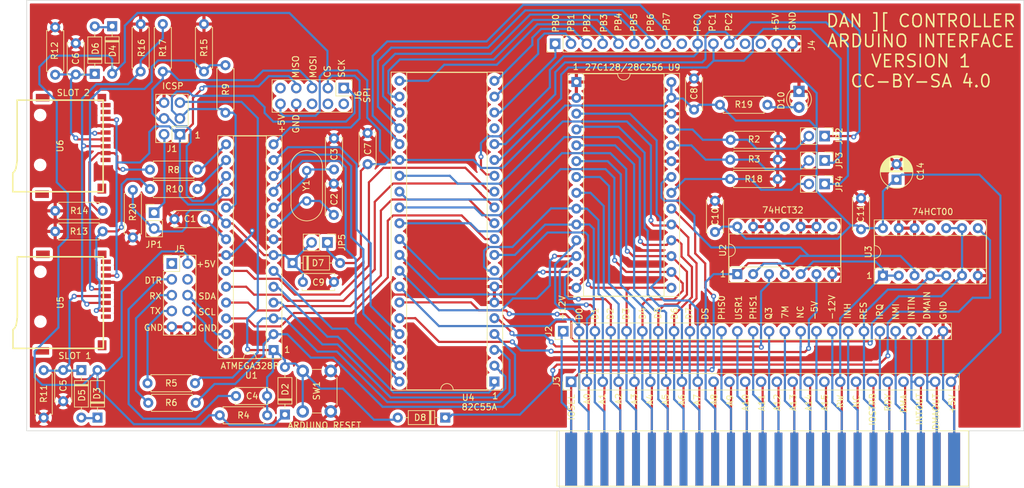
<source format=kicad_pcb>
(kicad_pcb (version 20211014) (generator pcbnew)
  (layers (0 "F.Cu" signal) (31 "B.Cu" signal) (34 "B.Paste" user) (35 "F.Paste" user) (36 "B.SilkS" user "B.Silkscreen") (37 "F.SilkS" user "F.Silkscreen") (38 "B.Mask" user) (39 "F.Mask" user) (44 "Edge.Cuts" user))
  (net 0 "")
  (net 1 "IOSEL")
  (net 2 "A0")
  (net 3 "A1")
  (net 4 "A2")
  (net 5 "A3")
  (net 6 "A4")
  (net 7 "A5")
  (net 8 "A6")
  (net 9 "A7")
  (net 10 "Net-(BUS1-Pad10)")
  (net 11 "Net-(BUS1-Pad11)")
  (net 12 "Net-(BUS1-Pad12)")
  (net 13 "Net-(BUS1-Pad13)")
  (net 14 "Net-(BUS1-Pad14)")
  (net 15 "Net-(BUS1-Pad15)")
  (net 16 "Net-(BUS1-Pad16)")
  (net 17 "Net-(BUS1-Pad17)")
  (net 18 "RW")
  (net 19 "Net-(BUS1-Pad19)")
  (net 20 "Net-(BUS1-Pad20)")
  (net 21 "Net-(BUS1-Pad21)")
  (net 22 "Net-(BUS1-Pad22)")
  (net 23 "Net-(BUS1-Pad23)")
  (net 24 "Net-(BUS1-Pad24)")
  (net 25 "+5V")
  (net 26 "GND")
  (net 27 "Net-(BUS1-Pad29)")
  (net 28 "Net-(BUS1-Pad30)")
  (net 29 "RES")
  (net 30 "Net-(BUS1-Pad32)")
  (net 31 "Net-(BUS1-Pad33)")
  (net 32 "Net-(BUS1-Pad34)")
  (net 33 "Net-(BUS1-Pad35)")
  (net 34 "Net-(BUS1-Pad36)")
  (net 35 "Net-(BUS1-Pad37)")
  (net 36 "Net-(BUS1-Pad38)")
  (net 37 "Net-(BUS1-Pad39)")
  (net 38 "Net-(BUS1-Pad40)")
  (net 39 "DS")
  (net 40 "D7")
  (net 41 "D6")
  (net 42 "D5")
  (net 43 "D4")
  (net 44 "D3")
  (net 45 "D2")
  (net 46 "D1")
  (net 47 "D0")
  (net 48 "Net-(BUS1-Pad50)")
  (net 49 "Net-(C1-Pad1)")
  (net 50 "Net-(C2-Pad1)")
  (net 51 "Net-(C3-Pad1)")
  (net 52 "Net-(C4-Pad1)")
  (net 53 "RESET")
  (net 54 "Net-(C5-Pad1)")
  (net 55 "Net-(C6-Pad1)")
  (net 56 "Net-(D8-Pad1)")
  (net 57 "CS2")
  (net 58 "Net-(D3-Pad1)")
  (net 59 "Net-(D4-Pad1)")
  (net 60 "MISO")
  (net 61 "Net-(J1-Pad2)")
  (net 62 "SCK")
  (net 63 "MOSI")
  (net 64 "CS")
  (net 65 "Net-(J5-Pad5)")
  (net 66 "PC4")
  (net 67 "PC5")
  (net 68 "PC0")
  (net 69 "PC1")
  (net 70 "Net-(J4-Pad1)")
  (net 71 "Net-(J4-Pad2)")
  (net 72 "Net-(J4-Pad3)")
  (net 73 "PD1")
  (net 74 "Net-(C9-Pad1)")
  (net 75 "PD0")
  (net 76 "Net-(J5-Pad7)")
  (net 77 "Net-(R14-Pad1)")
  (net 78 "Net-(R15-Pad1)")
  (net 79 "Net-(R10-Pad2)")
  (net 80 "Net-(R16-Pad1)")
  (net 81 "PD2")
  (net 82 "PD3")
  (net 83 "PD4")
  (net 84 "PD5")
  (net 85 "PD6")
  (net 86 "PD7")
  (net 87 "Net-(J4-Pad4)")
  (net 88 "Net-(J4-Pad5)")
  (net 89 "Net-(J4-Pad6)")
  (net 90 "Net-(J4-Pad7)")
  (net 93 "PC2")
  (net 94 "Net-(J4-Pad8)")
  (net 95 "Net-(D10-Pad2)")
  (net 99 "OBFA")
  (net 100 "ACKA")
  (net 101 "STBA")
  (net 102 "IBFA")
  (net 103 "Net-(U3-Pad10)")
  (net 106 "Net-(JP2-Pad2)")
  (net 107 "Net-(JP3-Pad2)")
  (net 108 "CS3")
  (net 109 "Net-(U2-Pad2)")
  (net 114 "Net-(JP4-Pad2)")
  (net 117 "Net-(U2-Pad3)")
  (net 118 "Net-(U2-Pad6)")
  (footprint "Capacitor_THT:C_Disc_D5.0mm_W2.5mm_P5.00mm" (layer "F.Cu") (at 82.31 59.83 90)
    (fp_text reference "C2")
    (fp_text value "20 pF")
  )
  (footprint "Resistor_THT:R_Axial_DIN0207_L6.3mm_D2.5mm_P7.62mm_Horizontal" (layer "F.Cu") (at 61.468 36.83 90)
    (fp_text reference "R15")
    (fp_text value "1k")
  )
  (footprint "Diode_THT:D_DO-35_SOD27_P7.62mm_Horizontal" (layer "F.Cu") (at 100.19 92.37 180)
    (fp_text reference "D8")
    (fp_text value "1N4148")
  )
  (footprint "Resistor_THT:R_Axial_DIN0207_L6.3mm_D2.5mm_P7.62mm_Horizontal" (layer "F.Cu") (at 52.525 90)
    (fp_text reference "R6")
    (fp_text value "2k2")
  )
  (footprint "Resistor_THT:R_Axial_DIN0207_L6.3mm_D2.5mm_P7.62mm_Horizontal" (layer "F.Cu") (at 52.415 86.85)
    (fp_text reference "R5")
    (fp_text value "2k2")
  )
  (footprint "Diode_THT:D_DO-35_SOD27_P7.62mm_Horizontal" (layer "F.Cu") (at 41.79 84.75 -90)
    (fp_text reference "D5")
    (fp_text value "1N4148")
  )
  (footprint "Capacitor_THT:C_Disc_D5.0mm_W2.5mm_P5.00mm" (layer "F.Cu") (at 140.12 42.94 90)
    (fp_text reference "C8")
    (fp_text value "100 nF")
  )
  (footprint "Apple2Card:GCT-MEM2055-00-190-01-A" (layer "F.Cu") (at 46.52 73.91 90)
    (fp_text reference "U5")
    (fp_text value "Slot1")
  )
  (footprint "Diode_THT:D_DO-35_SOD27_P7.62mm_Horizontal" (layer "F.Cu") (at 75.692 67.564)
    (fp_text reference "D7")
    (fp_text value "1N4148")
  )
  (footprint "Capacitor_THT:C_Disc_D5.0mm_W2.5mm_P5.00mm" (layer "F.Cu") (at 143.48 62.58 90)
    (fp_text reference "C10")
    (fp_text value "100 nF")
  )
  (footprint "Connector_PinHeader_2.54mm:PinHeader_1x02_P2.54mm_Vertical" (layer "F.Cu") (at 53.47 59.48)
    (fp_text reference "JP1")
    (fp_text value "PWR")
  )
  (footprint "Capacitor_THT:C_Disc_D5.0mm_W2.5mm_P5.00mm" (layer "F.Cu") (at 77.34 70.61)
    (fp_text reference "C9")
    (fp_text value "100 nF")
  )
  (footprint "Capacitor_THT:C_Disc_D5.0mm_W2.5mm_P5.00mm" (layer "F.Cu") (at 40.894 37.3 90)
    (fp_text reference "C6")
    (fp_text value "100 nF")
  )
  (footprint "Connector_PinHeader_2.54mm:PinHeader_1x02_P2.54mm_Vertical" (layer "F.Cu") (at 161.08 47.19 -90)
    (fp_text reference "JP2")
    (fp_text value "PG0")
  )
  (footprint "Resistor_THT:R_Axial_DIN0207_L6.3mm_D2.5mm_P7.62mm_Horizontal" (layer "F.Cu") (at 145.92 54.08)
    (fp_text reference "R18")
    (fp_text value "4k7")
  )
  (footprint "Apple2Card:Apple2Slot" (layer "F.Cu") (at 119.38 93.98)
    (fp_text reference "BUS1" hide)
    (fp_text value "Apple2Bus")
  )
  (footprint "Resistor_THT:R_Axial_DIN0207_L6.3mm_D2.5mm_P7.62mm_Horizontal" (layer "F.Cu") (at 45.212 62.484 180)
    (fp_text reference "R13")
    (fp_text value "10k")
  )
  (footprint "Diode_THT:D_DO-35_SOD27_P7.62mm_Horizontal" (layer "F.Cu") (at 46.736 29.56 -90)
    (fp_text reference "D4")
    (fp_text value "1N4148")
  )
  (footprint "Package_DIP:DIP-28_W7.62mm_Socket" (layer "F.Cu") (at 72.64 81.53 180)
    (fp_text reference "U1")
    (fp_text value "ATmega328P-P")
  )
  (footprint "Crystal:Crystal_HC49-U_Vertical" (layer "F.Cu") (at 77.96 52.72 -90)
    (fp_text reference "Y1")
    (fp_text value "16 MHz")
  )
  (footprint "Connector_PinHeader_2.54mm:PinHeader_2x05_P2.54mm_Vertical" (layer "F.Cu") (at 56.3 67.64)
    (fp_text reference "J5")
    (fp_text value "SERCON")
  )
  (footprint "Connector_PinHeader_2.54mm:PinHeader_1x25_P2.54mm_Vertical" (layer "F.Cu") (at 120.396 86.614 90)
    (fp_text reference "J3")
    (fp_text value "Conn_01x25")
  )
  (footprint "Connector_PinHeader_2.54mm:PinHeader_1x25_P2.54mm_Vertical" (layer "F.Cu") (at 119.13 78.51 90)
    (fp_text reference "J2")
    (fp_text value "Conn_01x25")
  )
  (footprint "Resistor_THT:R_Axial_DIN0207_L6.3mm_D2.5mm_P7.62mm_Horizontal" (layer "F.Cu") (at 51.308 36.83 90)
    (fp_text reference "R16")
    (fp_text value "1k")
  )
  (footprint "Resistor_THT:R_Axial_DIN0207_L6.3mm_D2.5mm_P7.62mm_Horizontal" (layer "F.Cu") (at 145.94 50.97)
    (fp_text reference "R3")
    (fp_text value "4k7")
  )
  (footprint "Package_DIP:DIP-14_W7.62mm_Socket" (layer "F.Cu") (at 147.066 69.342 90)
    (fp_text reference "U2")
    (fp_text value "74HCT32")
  )
  (footprint "Apple2Card:GCT-MEM2055-00-190-01-A" (layer "F.Cu") (at 46.482 48.768 90)
    (fp_text reference "U6")
    (fp_text value "Slot2")
  )
  (footprint "Resistor_THT:R_Axial_DIN0207_L6.3mm_D2.5mm_P7.62mm_Horizontal" (layer "F.Cu") (at 64 92)
    (fp_text reference "R4")
    (fp_text value "10k")
  )
  (footprint "Package_DIP:DIP-40_W15.24mm_Socket" (layer "F.Cu") (at 108.08 86.58 180)
    (fp_text reference "U4")
    (fp_text value "82C55A")
  )
  (footprint "Resistor_THT:R_Axial_DIN0207_L6.3mm_D2.5mm_P7.62mm_Horizontal" (layer "F.Cu") (at 37.592 29.718 -90)
    (fp_text reference "R12")
    (fp_text value "10k")
  )
  (footprint "Capacitor_THT:C_Disc_D5.0mm_W2.5mm_P5.00mm" (layer "F.Cu") (at 38.88 84.74 -90)
    (fp_text reference "C5")
    (fp_text value "100 nF")
  )
  (footprint "Diode_THT:D_DO-35_SOD27_P7.62mm_Horizontal" (layer "F.Cu") (at 74.46 91.88 90)
    (fp_text reference "D2")
    (fp_text value "1N4148")
  )
  (footprint "Package_DIP:DIP-14_W7.62mm_Socket" (layer "F.Cu") (at 170.429 69.586 90)
    (fp_text reference "U3")
    (fp_text value "74HCT00")
  )
  (footprint "Resistor_THT:R_Axial_DIN0207_L6.3mm_D2.5mm_P7.62mm_Horizontal" (layer "F.Cu") (at 145.99 47.78)
    (fp_text reference "R2")
    (fp_text value "4k7")
  )
  (footprint "Connector_PinHeader_2.54mm:PinHeader_1x02_P2.54mm_Vertical" (layer "F.Cu") (at 81.28 64.262 -90)
    (fp_text reference "JP5")
    (fp_text value "PWR")
  )
  (footprint "Connector_PinHeader_2.54mm:PinHeader_1x02_P2.54mm_Vertical" (layer "F.Cu") (at 161.085 51.1 -90)
    (fp_text reference "JP3")
    (fp_text value "PG1")
  )
  (footprint "Resistor_THT:R_Axial_DIN0207_L6.3mm_D2.5mm_P7.62mm_Horizontal" (layer "F.Cu") (at 50.05 63.45 90)
    (fp_text reference "R20")
    (fp_text value "10k")
  )
  (footprint "Capacitor_THT:C_Disc_D5.0mm_W2.5mm_P5.00mm" (layer "F.Cu") (at 66.6 88.9)
    (fp_text reference "C4")
    (fp_text value "100 nF")
  )
  (footprint "Capacitor_THT:C_Disc_D5.0mm_W2.5mm_P5.00mm" (layer "F.Cu") (at 82.34 52.55 90)
    (fp_text reference "C3")
    (fp_text value "20 pF")
  )
  (footprint "Resistor_THT:R_Axial_DIN0207_L6.3mm_D2.5mm_P7.62mm_Horizontal" (layer "F.Cu") (at 144.272 42.164)
    (fp_text reference "R19")
    (fp_text value "1k")
  )
  (footprint "Button_Switch_THT:SW_PUSH_6mm" (layer "F.Cu") (at 77.32 91.38 90)
    (fp_text reference "SW1")
    (fp_text value "SW_Push")
  )
  (footprint "Resistor_THT:R_Axial_DIN0207_L6.3mm_D2.5mm_P7.62mm_Horizontal" (layer "F.Cu") (at 64.91 43.434 90)
    (fp_text reference "R9")
    (fp_text value "470R")
  )
  (footprint "Package_DIP:DIP-28_W15.24mm_Socket" (layer "F.Cu") (at 121.235 38.515)
    (fp_text reference "U9")
    (fp_text value "28C256")
  )
  (footprint "Diode_THT:D_DO-35_SOD27_P7.62mm_Horizontal" (layer "F.Cu") (at 44.38 92.37 90)
    (fp_text reference "D3")
    (fp_text value "1N4148")
  )
  (footprint "Resistor_THT:R_Axial_DIN0207_L6.3mm_D2.5mm_P7.62mm_Horizontal" (layer "F.Cu") (at 60.42 55.68 180)
    (fp_text reference "R10")
    (fp_text value "4k7")
  )
  (footprint "LED_THT:LED_D3.0mm" (layer "F.Cu") (at 156.96 40.02 -90)
    (fp_text reference "D10")
    (fp_text value "LED")
  )
  (footprint "Resistor_THT:R_Axial_DIN0207_L6.3mm_D2.5mm_P7.62mm_Horizontal" (layer "F.Cu") (at 45.212 59.182 180)
    (fp_text reference "R14")
    (fp_text value "10k")
  )
  (footprint "Resistor_THT:R_Axial_DIN0207_L6.3mm_D2.5mm_P7.62mm_Horizontal" (layer "F.Cu") (at 54.864 29.21 -90)
    (fp_text reference "R17")
    (fp_text value "470R")
  )
  (footprint "Connector_PinHeader_2.54mm:PinHeader_1x02_P2.54mm_Vertical" (layer "F.Cu") (at 161.08 54.87 -90)
    (fp_text reference "JP4")
    (fp_text value "PG2")
  )
  (footprint "Connector_PinHeader_2.54mm:PinHeader_1x16_P2.54mm_Vertical" (layer "F.Cu") (at 117.83 32.37 90)
    (fp_text reference "J4")
    (fp_text value "Conn_01x16")
  )
  (footprint "Connector_PinHeader_2.54mm:PinHeader_2x03_P2.54mm_Vertical" (layer "F.Cu") (at 57.605 46.895 180)
    (fp_text reference "J1")
    (fp_text value "ICSP")
  )
  (footprint "Capacitor_THT:C_Disc_D5.0mm_W2.5mm_P5.00mm" (layer "F.Cu") (at 166.92 62.15 90)
    (fp_text reference "C11")
    (fp_text value "100 nF")
  )
  (footprint "Resistor_THT:R_Axial_DIN0207_L6.3mm_D2.5mm_P7.62mm_Horizontal" (layer "F.Cu") (at 35.75 92.38 90)
    (fp_text reference "R11")
    (fp_text value "10k")
  )
  (footprint "Connector_PinHeader_2.54mm:PinHeader_2x05_P2.54mm_Vertical" (layer "F.Cu") (at 83.9 39.48 -90)
    (fp_text reference "J6")
    (fp_text value "WIZNET 5500")
  )
  (footprint "Capacitor_THT:C_Disc_D5.0mm_W2.5mm_P5.00mm" (layer "F.Cu") (at 87.73 51.7 90)
    (fp_text reference "C7")
    (fp_text value "100 nF")
  )
  (footprint "Capacitor_THT:CP_Radial_D5.0mm_P2.50mm" (layer "F.Cu") (at 172.62 54.19 90)
    (fp_text reference "C14")
    (fp_text value "10 uF")
  )
  (footprint "Resistor_THT:R_Axial_DIN0207_L6.3mm_D2.5mm_P7.62mm_Horizontal" (layer "F.Cu") (at 60.42 52.57 180)
    (fp_text reference "R8")
    (fp_text value "4k7")
  )
  (footprint "Capacitor_THT:C_Disc_D5.0mm_W2.5mm_P5.00mm" (layer "F.Cu") (at 61.73 60.52 180)
    (fp_text reference "C1")
    (fp_text value "100 nF")
  )
  (footprint "Diode_THT:D_DO-35_SOD27_P7.62mm_Horizontal" (layer "F.Cu") (at 43.942 37.2 90)
    (fp_text reference "D6")
    (fp_text value "1N4148")
  )
  (gr_line (start 184.277 94.488) (end 193.04 94.488) (layer "Edge.Cuts") (width 0.1))
  (gr_line (start 118.491 103.632) (end 184.277 103.632) (layer "Edge.Cuts") (width 0.1))
  (gr_line (start 33.02 94.488) (end 118.491 94.488) (layer "Edge.Cuts") (width 0.1))
  (gr_line (start 118.491 94.488) (end 118.491 103.632) (layer "Edge.Cuts") (width 0.1))
  (gr_line (start 193.04 25.4) (end 33.02 25.4) (layer "Edge.Cuts") (width 0.1))
  (gr_line (start 33.02 25.4) (end 33.02 94.488) (layer "Edge.Cuts") (width 0.1))
  (gr_line (start 184.277 103.632) (end 184.277 94.488) (layer "Edge.Cuts") (width 0.1))
  (gr_line (start 193.04 94.488) (end 193.04 25.4) (layer "Edge.Cuts") (width 0.1))
  (gr_text "A7" (at 140.6 89.5 90) (layer "F.SilkS") (effects (font (size 1 1))))
  (gr_text "D6" (at 136.98 75.66 90) (layer "F.SilkS") (effects (font (size 1 1))))
  (gr_text "A10" (at 148.39 89.96 90) (layer "F.SilkS") (effects (font (size 1 1))))
  (gr_text "A6" (at 138.19 89.5 90) (layer "F.SilkS") (effects (font (size 1 1))))
  (gr_text "A8" (at 143.34 89.47 90) (layer "F.SilkS") (effects (font (size 1 1))))
  (gr_text "PB7" (at 135.71 28.84 90) (layer "F.SilkS") (effects (font (size 1 1))))
  (gr_text "D5" (at 134.32 75.59 90) (layer "F.SilkS") (effects (font (size 1 1))))
  (gr_text "PC1" (at 143.07 28.95 90) (layer "F.SilkS") (effects (font (size 1 1))))
  (gr_text "IOSTRB" (at 168.78 91.04 90) (layer "F.SilkS") (effects (font (size 1 1))))
  (gr_text "A15" (at 161.1 89.97 90) (layer "F.SilkS") (effects (font (size 1 1))))
  (gr_text "A3" (at 130.57 89.41 90) (layer "F.SilkS") (effects (font (size 1 1))))
  (gr_text "+12V" (at 118.97 74.76 90) (layer "F.SilkS") (effects (font (size 1 1))))
  (gr_text "27C128/28C256" (at 128.89 36.15) (layer "F.SilkS") (effects (font (size 1 1))))
  (gr_text "ICSP" (at 56.47 39.16) (layer "F.SilkS") (effects (font (size 1 1))))
  (gr_text "D1" (at 124.25 75.71 90) (layer "F.SilkS") (effects (font (size 1 1))))
  (gr_text "GND" (at 53.37 77.94) (layer "F.SilkS") (effects (font (size 1 1))))
  (gr_text "RX" (at 53.67 72.87) (layer "F.SilkS") (effects (font (size 1 1))))
  (gr_text "ARDUINO RESET" (at 80.8 93.62) (layer "F.SilkS") (effects (font (size 1 1))))
  (gr_text "PB1" (at 120.37 29.03 90) (layer "F.SilkS") (effects (font (size 1 1))))
  (gr_text "-5V" (at 159.46 75.16 90) (layer "F.SilkS") (effects (font (size 1 1))))
  (gr_text "SLOT 1" (at 40.75 82.45) (layer "F.SilkS") (effects (font (size 1 1))))
  (gr_text "GND" (at 155.91 28.72 90) (layer "F.SilkS") (effects (font (size 1 1))))
  (gr_text "TX" (at 53.69 75.25) (layer "F.SilkS") (effects (font (size 1 1))))
  (gr_text "INTOUT" (at 176.32 91.01 90) (layer "F.SilkS") (effects (font (size 1 1))))
  (gr_text "A9" (at 145.9 89.6 90) (layer "F.SilkS") (effects (font (size 1 1))))
  (gr_text "82C55A" (at 105.664 90.678) (layer "F.SilkS") (effects (font (size 1 1))))
  (gr_text "MOSI" (at 78.994 36.068 90) (layer "F.SilkS") (effects (font (size 1 1))))
  (gr_text "PB2" (at 122.92 29.07 90) (layer "F.SilkS") (effects (font (size 1 1))))
  (gr_text "CS" (at 81.28 36.83 90) (layer "F.SilkS") (effects (font (size 1 1))))
  (gr_text "PHS0" (at 144.56 74.73 90) (layer "F.SilkS") (effects (font (size 1 1))))
  (gr_text "NC" (at 157.19 75.44 90) (layer "F.SilkS") (effects (font (size 1 1))))
  (gr_text "GND" (at 62.02 78.01) (layer "F.SilkS") (effects (font (size 1 1))))
  (gr_text "+5V" (at 153.18 29 90) (layer "F.SilkS") (effects (font (size 1 1))))
  (gr_text "DAN ][ CONTROLLER\nARDUINO INTERFACE\nVERSION 1\nCC-BY-SA 4.0" (at 176.53 33.528) (layer "F.SilkS") (effects (font (size 2 2) (thickness 0.25))))
  (gr_text "GND" (at 180.12 75.16 90) (layer "F.SilkS") (effects (font (size 1 1))))
  (gr_text "PB4" (at 127.95 28.89 90) (layer "F.SilkS") (effects (font (size 1 1))))
  (gr_text "7M" (at 154.75 75.44 90) (layer "F.SilkS") (effects (font (size 1 1))))
  (gr_text "PB5" (at 130.46 28.95 90) (layer "F.SilkS") (effects (font (size 1 1))))
  (gr_text "NC" (at 166.18 89.74 90) (layer "F.SilkS") (effects (font (size 1 1))))
  (gr_text "GND" (at 76.24 45.212 90) (layer "F.SilkS") (effects (font (size 1 1))))
  (gr_text "A0" (at 122.97 89.37 90) (layer "F.SilkS") (effects (font (size 1 1))))
  (gr_text "D3" (at 129.19 75.71 90) (layer "F.SilkS") (effects (font (size 1 1))))
  (gr_text "PB6" (at 133.14 29 90) (layer "F.SilkS") (effects (font (size 1 1))))
  (gr_text "A1" (at 125.39 89.37 90) (layer "F.SilkS") (effects (font (size 1 1))))
  (gr_text "D7" (at 139.33 75.67 90) (layer "F.SilkS") (effects (font (size 1 1))))
  (gr_text "SLOT 2" (at 40.5 40.24) (layer "F.SilkS") (effects (font (size 1 1))))
  (gr_text "DMAOUT" (at 178.94 91.43 90) (layer "F.SilkS") (effects (font (size 1 1))))
  (gr_text "A13" (at 156.03 89.97 90) (layer "F.SilkS") (effects (font (size 1 1))))
  (gr_text "-12V" (at 162.25 74.67 90) (layer "F.SilkS") (effects (font (size 1 1))))
  (gr_text "DTR" (at 53.33 70.36) (layer "F.SilkS") (effects (font (size 1 1))))
  (gr_text "RW" (at 163.62 89.77 90) (layer "F.SilkS") (effects (font (size 1 1))))
  (gr_text "+5V" (at 73.914 45.212 90) (layer "F.SilkS") (effects (font (size 1 1))))
  (gr_text "A5" (at 135.55 89.46 90) (layer "F.SilkS") (effects (font (size 1 1))))
  (gr_text "DMA" (at 173.78 90.13 90) (layer "F.SilkS") (effects (font (size 1 1))))
  (gr_text "SDA" (at 61.976 72.898) (layer "F.SilkS") (effects (font (size 1 1))))
  (gr_text "D0" (at 121.71 75.74 90) (layer "F.SilkS") (effects (font (size 1 1))))
  (gr_text "1" (at 144.77 69.32) (layer "F.SilkS") (effects (font (size 1 1))))
  (gr_text "+5V" (at 181.54 90.19 90) (layer "F.SilkS") (effects (font (size 1 1))))
  (gr_text "PHS1" (at 149.62 74.67 90) (layer "F.SilkS") (effects (font (size 1 1))))
  (gr_text "RES" (at 167.31 75.24 90) (layer "F.SilkS") (effects (font (size 1 1))))
  (gr_text "RDY" (at 171.26 89.94 90) (layer "F.SilkS") (effects (font (size 1 1))))
  (gr_text "A11" (at 150.99 89.98 90) (layer "F.SilkS") (effects (font (size 1 1))))
  (gr_text "ATMEGA328P" (at 68.834 84.074) (layer "F.SilkS") (effects (font (size 1 1))))
  (gr_text "IOSEL" (at 120.45 90.7 90) (layer "F.SilkS") (effects (font (size 1 1))))
  (gr_text "INTIN" (at 175.03 74.79 90) (layer "F.SilkS") (effects (font (size 1 1))))
  (gr_text "A12" (at 153.45 89.95 90) (layer "F.SilkS") (effects (font (size 1 1))))
  (gr_text "74HCT00" (at 178.4 59.34) (layer "F.SilkS") (effects (font (size 1 1))))
  (gr_text "SCK" (at 83.566 36.322 90) (layer "F.SilkS") (effects (font (size 1 1))))
  (gr_text "DS" (at 141.9 75.71 90) (layer "F.SilkS") (effects (font (size 1 1))))
  (gr_text "+5V" (at 61.78 67.72) (layer "F.SilkS") (effects (font (size 1 1))))
  (gr_text "DMAIN" (at 177.5 74.36 90) (layer "F.SilkS") (effects (font (size 1 1))))
  (gr_text "PC0" (at 140.67 29 90) (layer "F.SilkS") (effects (font (size 1 1))))
  (gr_text "SPI" (at 87.63 40.64 90) (layer "F.SilkS") (effects (font (size 1 1))))
  (gr_text "1" (at 121.158 36.068) (layer "F.SilkS") (effects (font (size 1 1))))
  (gr_text "PB0" (at 117.93 29.07 90) (layer "F.SilkS") (effects (font (size 1 1))))
  (gr_text "1" (at 60.46 47.05) (layer "F.SilkS") (effects (font (size 1 1))))
  (gr_text "MISO" (at 76.2 36.068 90) (layer "F.SilkS") (effects (font (size 1 1))))
  (gr_text "A2" (at 128.03 89.35 90) (layer "F.SilkS") (effects (font (size 1 1))))
  (gr_text "A4" (at 133.06 89.46 90) (layer "F.SilkS") (effects (font (size 1 1))))
  (gr_text "NMI" (at 172.51 75.37 90) (layer "F.SilkS") (effects (font (size 1 1))))
  (gr_text "Q3" (at 152.1 75.65 90) (layer "F.SilkS") (effects (font (size 1 1))))
  (gr_text "PB3" (at 125.64 29.07 90) (layer "F.SilkS") (effects (font (size 1 1))))
  (gr_text "USR1" (at 147.28 74.74 90) (layer "F.SilkS") (effects (font (size 1 1))))
  (gr_text "1" (at 168.25 69.6) (layer "F.SilkS") (effects (font (size 1 1))))
  (gr_text "D2" (at 126.69 75.71 90) (layer "F.SilkS") (effects (font (size 1 1))))
  (gr_text "1" (at 108.204 88.9) (layer "F.SilkS") (effects (font (size 1 1))))
  (gr_text "SCL" (at 61.95 75.41) (layer "F.SilkS") (effects (font (size 1 1))))
  (gr_text "INH" (at 164.76 75.27 90) (layer "F.SilkS") (effects (font (size 1 1))))
  (gr_text "IRQ" (at 169.93 75.39 90) (layer "F.SilkS") (effects (font (size 1 1))))
  (gr_text "A14" (at 158.52 89.95 90) (layer "F.SilkS") (effects (font (size 1 1))))
  (gr_text "PC2" (at 145.7 28.89 90) (layer "F.SilkS") (effects (font (size 1 1))))
  (gr_text "1" (at 74.83 81.46) (layer "F.SilkS") (effects (font (size 1 1))))
  (gr_text "D4" (at 131.86 75.66 90) (layer "F.SilkS") (effects (font (size 1 1))))
  (gr_text "74HCT32" (at 154.37 59.08) (layer "F.SilkS") (effects (font (size 1 1))))
  (segment (start 142.88 84.8) (end 122.11 84.8) (width 0.35) (layer "F.Cu") (net 1))
  (segment (start 143.256 72.898) (end 141.91 71.552) (width 0.35) (layer "F.Cu") (net 1))
  (segment (start 140.3 62.47) (end 136.665 58.835) (width 0.35) (layer "F.Cu") (net 1))
  (segment (start 141.91 67.63) (end 140.3 66.02) (width 0.35) (layer "F.Cu") (net 1))
  (segment (start 140.3 66.02) (end 140.3 62.47) (width 0.35) (layer "F.Cu") (net 1))
  (segment (start 143 84.68) (end 142.88 84.8) (width 0.35) (layer "F.Cu") (net 1))
  (segment (start 120.396 86.514) (end 120.396 86.614) (width 0.35) (layer "F.Cu") (net 1))
  (segment (start 122.11 84.8) (end 120.396 86.514) (width 0.35) (layer "F.Cu") (net 1))
  (segment (start 141.91 71.552) (end 141.91 67.63) (width 0.35) (layer "F.Cu") (net 1))
  (segment (start 136.665 58.835) (end 136.475 58.835) (width 0.35) (layer "F.Cu") (net 1))
  (segment (start 120.396 99.06) (end 120.396 86.614) (width 0.35) (layer "F.Cu") (net 1))
  (via (at 143.256 72.898) (size 0.8) (drill 0.4) (layers "F.Cu" "B.Cu") (net 1))
  (via (at 143 84.68) (size 0.8) (drill 0.4) (layers "F.Cu" "B.Cu") (net 1))
  (segment (start 143.256 72.898) (end 143.27 72.912) (width 0.35) (layer "B.Cu") (net 1))
  (segment (start 143.27 84.41) (end 143 84.68) (width 0.35) (layer "B.Cu") (net 1))
  (segment (start 143.27 72.912) (end 143.27 84.41) (width 0.35) (layer "B.Cu") (net 1))
  (segment (start 123.19 86.868) (end 122.936 86.614) (width 0.35) (layer "F.Cu") (net 2))
  (segment (start 123.19 99.06) (end 123.19 86.868) (width 0.35) (layer "F.Cu") (net 2))
  (segment (start 123.325 61.375) (end 121.235 61.375) (width 0.35) (layer "B.Cu") (net 2))
  (segment (start 124.03 75.42) (end 124.03 62.08) (width 0.35) (layer "B.Cu") (net 2))
  (segment (start 121.21 61.4) (end 121.235 61.375) (width 0.35) (layer "B.Cu") (net 2))
  (segment (start 116.23 61.4) (end 121.21 61.4) (width 0.35) (layer "B.Cu") (net 2))
  (segment (start 122.936 86.614) (end 122.936 76.514) (width 0.35) (layer "B.Cu") (net 2))
  (segment (start 122.936 76.514) (end 124.03 75.42) (width 0.35) (layer "B.Cu") (net 2))
  (segment (start 124.03 62.08) (end 123.325 61.375) (width 0.35) (layer "B.Cu") (net 2))
  (segment (start 111.37 66.26) (end 116.23 61.4) (width 0.35) (layer "B.Cu") (net 2))
  (segment (start 108.08 66.26) (end 111.37 66.26) (width 0.35) (layer "B.Cu") (net 2))
  (segment (start 125.73 86.868) (end 125.476 86.614) (width 0.35) (layer "F.Cu") (net 3))
  (segment (start 125.73 99.06) (end 125.73 86.868) (width 0.35) (layer "F.Cu") (net 3))
  (segment (start 124.78 72.51) (end 124.78 60.68) (width 0.35) (layer "B.Cu") (net 3))
  (segment (start 106.42 65.59) (end 107.02 64.99) (width 0.35) (layer "B.Cu") (net 3))
  (segment (start 107.02 68.77) (end 106.42 68.17) (width 0.35) (layer "B.Cu") (net 3))
  (segment (start 122.935 58.835) (end 121.235 58.835) (width 0.35) (layer "B.Cu") (net 3))
  (segment (start 106.42 68.17) (end 106.42 65.59) (width 0.35) (layer "B.Cu") (net 3))
  (segment (start 124.78 60.68) (end 122.935 58.835) (width 0.35) (layer "B.Cu") (net 3))
  (segment (start 107.02 64.99) (end 110.97 64.99) (width 0.35) (layer "B.Cu") (net 3))
  (segment (start 125.476 86.614) (end 125.476 73.206) (width 0.35) (layer "B.Cu") (net 3))
  (segment (start 125.476 73.206) (end 124.78 72.51) (width 0.35) (layer "B.Cu") (net 3))
  (segment (start 108.05 68.77) (end 107.02 68.77) (width 0.35) (layer "B.Cu") (net 3))
  (segment (start 108.08 68.8) (end 108.05 68.77) (width 0.35) (layer "B.Cu") (net 3))
  (segment (start 117.17 58.79) (end 121.19 58.79) (width 0.35) (layer "B.Cu") (net 3))
  (segment (start 121.19 58.79) (end 121.235 58.835) (width 0.35) (layer "B.Cu") (net 3))
  (segment (start 110.97 64.99) (end 117.17 58.79) (width 0.35) (layer "B.Cu") (net 3))
  (segment (start 128.27 86.868) (end 128.016 86.614) (width 0.35) (layer "F.Cu") (net 4))
  (segment (start 128.27 99.06) (end 128.27 86.868) (width 0.35) (layer "F.Cu") (net 4))
  (segment (start 125.63 71.75) (end 125.63 58.42) (width 0.35) (layer "B.Cu") (net 4))
  (segment (start 125.63 58.42) (end 123.505 56.295) (width 0.35) (layer "B.Cu") (net 4))
  (segment (start 128.016 74.136) (end 125.63 71.75) (width 0.35) (layer "B.Cu") (net 4))
  (segment (start 128.016 86.614) (end 128.016 74.136) (width 0.35) (layer "B.Cu") (net 4))
  (segment (start 123.505 56.295) (end 121.235 56.295) (width 0.35) (layer "B.Cu") (net 4))
  (segment (start 130.81 99.06) (end 130.81 86.868) (width 0.35) (layer "F.Cu") (net 5))
  (segment (start 130.81 86.868) (end 130.556 86.614) (width 0.35) (layer "F.Cu") (net 5))
  (segment (start 130.556 86.614) (end 130.556 74.896) (width 0.35) (layer "B.Cu") (net 5))
  (segment (start 126.48 70.82) (end 126.48 55.21) (width 0.35) (layer "B.Cu") (net 5))
  (segment (start 130.556 74.896) (end 126.48 70.82) (width 0.35) (layer "B.Cu") (net 5))
  (segment (start 125.025 53.755) (end 121.235 53.755) (width 0.35) (layer "B.Cu") (net 5))
  (segment (start 126.48 55.21) (end 125.025 53.755) (width 0.35) (layer "B.Cu") (net 5))
  (segment (start 133.35 99.06) (end 133.35 86.868) (width 0.35) (layer "F.Cu") (net 6))
  (segment (start 133.35 86.868) (end 133.096 86.614) (width 0.35) (layer "F.Cu") (net 6))
  (segment (start 133.096 86.614) (end 133.096 75.806) (width 0.35) (layer "B.Cu") (net 6))
  (segment (start 128.37 53.34) (end 126.245 51.215) (width 0.35) (layer "B.Cu") (net 6))
  (segment (start 128.37 71.08) (end 128.37 53.34) (width 0.35) (layer "B.Cu") (net 6))
  (segment (start 126.245 51.215) (end 121.235 51.215) (width 0.35) (layer "B.Cu") (net 6))
  (segment (start 133.096 75.806) (end 128.37 71.08) (width 0.35) (layer "B.Cu") (net 6))
  (segment (start 135.89 99.06) (end 135.89 86.868) (width 0.35) (layer "F.Cu") (net 7))
  (segment (start 135.89 86.868) (end 135.636 86.614) (width 0.35) (layer "F.Cu") (net 7))
  (segment (start 135.636 86.614) (end 135.636 75.536) (width 0.35) (layer "B.Cu") (net 7))
  (segment (start 130.5 51.73) (end 127.445 48.675) (width 0.35) (layer "B.Cu") (net 7))
  (segment (start 127.445 48.675) (end 121.235 48.675) (width 0.35) (layer "B.Cu") (net 7))
  (segment (start 133.86 75.25) (end 130.5 71.89) (width 0.35) (layer "B.Cu") (net 7))
  (segment (start 135.636 75.536) (end 135.35 75.25) (width 0.35) (layer "B.Cu") (net 7))
  (segment (start 135.35 75.25) (end 133.86 75.25) (width 0.35) (layer "B.Cu") (net 7))
  (segment (start 130.5 71.89) (end 130.5 51.73) (width 0.35) (layer "B.Cu") (net 7))
  (segment (start 138.43 99.06) (end 138.43 86.868) (width 0.35) (layer "F.Cu") (net 8))
  (segment (start 138.43 86.868) (end 138.176 86.614) (width 0.35) (layer "F.Cu") (net 8))
  (segment (start 132.19 49.87) (end 128.02 45.7) (width 0.35) (layer "B.Cu") (net 8))
  (segment (start 121.66 45.71) (end 121.235 46.135) (width 0.35) (layer "B.Cu") (net 8))
  (segment (start 134.49 74.43) (end 132.68 72.62) (width 0.35) (layer "B.Cu") (net 8))
  (segment (start 138.176 86.614) (end 138.176 75.096) (width 0.35) (layer "B.Cu") (net 8))
  (segment (start 128.02 45.7) (end 122.04 45.7) (width 0.35) (layer "B.Cu") (net 8))
  (segment (start 122.03 45.71) (end 121.66 45.71) (width 0.35) (layer "B.Cu") (net 8))
  (segment (start 132.19 61.925325) (end 132.19 49.87) (width 0.35) (layer "B.Cu") (net 8))
  (segment (start 138.176 75.096) (end 137.51 74.43) (width 0.35) (layer "B.Cu") (net 8))
  (segment (start 137.51 74.43) (end 134.49 74.43) (width 0.35) (layer "B.Cu") (net 8))
  (segment (start 132.68 72.62) (end 132.68 62.415325) (width 0.35) (layer "B.Cu") (net 8))
  (segment (start 132.68 62.415325) (end 132.19 61.925325) (width 0.35) (layer "B.Cu") (net 8))
  (segment (start 122.04 45.7) (end 122.03 45.71) (width 0.35) (layer "B.Cu") (net 8))
  (segment (start 140.97 99.06) (end 140.97 86.868) (width 0.35) (layer "F.Cu") (net 9))
  (segment (start 140.97 86.868) (end 140.716 86.614) (width 0.35) (layer "F.Cu") (net 9))
  (segment (start 134.71 69.95904) (end 134.71 60.25) (width 0.35) (layer "B.Cu") (net 9))
  (segment (start 129.825 43.595) (end 121.235 43.595) (width 0.35) (layer "B.Cu") (net 9))
  (segment (start 134.12 59.66) (end 134.12 47.89) (width 0.35) (layer "B.Cu") (net 9))
  (segment (start 140.716 74.986) (end 139.31 73.58) (width 0.35) (layer "B.Cu") (net 9))
  (segment (start 134.71 60.25) (end 134.12 59.66) (width 0.35) (layer "B.Cu") (net 9))
  (segment (start 139.31 73.58) (end 135.37 73.58) (width 0.35) (layer "B.Cu") (net 9))
  (segment (start 133.22952 71.43952) (end 134.71 69.95904) (width 0.35) (layer "B.Cu") (net 9))
  (segment (start 140.716 86.614) (end 140.716 74.986) (width 0.35) (layer "B.Cu") (net 9))
  (segment (start 134.12 47.89) (end 129.825 43.595) (width 0.35) (layer "B.Cu") (net 9))
  (segment (start 135.37 73.58) (end 133.22952 71.43952) (width 0.35) (layer "B.Cu") (net 9))
  (segment (start 143.51 99.06) (end 143.51 86.868) (width 0.35) (layer "F.Cu") (net 10))
  (segment (start 143.51 86.868) (end 143.256 86.614) (width 0.35) (layer "F.Cu") (net 10))
  (segment (start 146.05 86.868) (end 145.796 86.614) (width 0.35) (layer "F.Cu") (net 11))
  (segment (start 146.05 99.06) (end 146.05 86.868) (width 0.35) (layer "F.Cu") (net 11))
  (segment (start 148.59 86.868) (end 148.336 86.614) (width 0.35) (layer "F.Cu") (net 12))
  (segment (start 148.59 99.06) (end 148.59 86.868) (width 0.35) (layer "F.Cu") (net 12))
  (segment (start 151.13 86.868) (end 150.876 86.614) (width 0.35) (layer "F.Cu") (net 13))
  (segment (start 151.13 99.06) (end 151.13 86.868) (width 0.35) (layer "F.Cu") (net 13))
  (segment (start 153.67 86.868) (end 153.416 86.614) (width 0.35) (layer "F.Cu") (net 14))
  (segment (start 153.67 99.06) (end 153.67 86.868) (width 0.35) (layer "F.Cu") (net 14))
  (segment (start 156.21 86.868) (end 155.956 86.614) (width 0.35) (layer "F.Cu") (net 15))
  (segment (start 156.21 99.06) (end 156.21 86.868) (width 0.35) (layer "F.Cu") (net 15))
  (segment (start 158.75 99.06) (end 158.75 86.868) (width 0.35) (layer "F.Cu") (net 16))
  (segment (start 158.75 86.868) (end 158.496 86.614) (width 0.35) (layer "F.Cu") (net 16))
  (segment (start 161.29 86.868) (end 161.036 86.614) (width 0.35) (layer "F.Cu") (net 17))
  (segment (start 161.29 99.06) (end 161.29 86.868) (width 0.35) (layer "F.Cu") (net 17))
  (segment (start 163.83 99.06) (end 163.83 86.868) (width 0.35) (layer "F.Cu") (net 18))
  (segment (start 163.83 86.868) (end 163.576 86.614) (width 0.35) (layer "F.Cu") (net 18))
  (segment (start 163.576 76.439) (end 170.429 69.586) (width 0.35) (layer "B.Cu") (net 18))
  (segment (start 157.226 69.342) (end 159.248 67.32) (width 0.35) (layer "B.Cu") (net 18))
  (segment (start 163.576 86.614) (end 163.576 76.439) (width 0.35) (layer "B.Cu") (net 18))
  (segment (start 170.429 69.586) (end 170.429 68.529) (width 0.35) (layer "B.Cu") (net 18))
  (segment (start 172.969 69.586) (end 170.429 69.586) (width 0.35) (layer "B.Cu") (net 18))
  (segment (start 159.248 67.32) (end 169.22 67.32) (width 0.35) (layer "B.Cu") (net 18))
  (segment (start 170.429 68.529) (end 169.22 67.32) (width 0.35) (layer "B.Cu") (net 18))
  (segment (start 166.37 86.868) (end 166.116 86.614) (width 0.35) (layer "F.Cu") (net 19))
  (segment (start 166.37 99.06) (end 166.37 86.868) (width 0.35) (layer "F.Cu") (net 19))
  (segment (start 168.91 99.06) (end 168.91 86.868) (width 0.35) (layer "F.Cu") (net 20))
  (segment (start 168.91 86.868) (end 168.656 86.614) (width 0.35) (layer "F.Cu") (net 20))
  (segment (start 171.45 99.06) (end 171.45 86.868) (width 0.35) (layer "F.Cu") (net 21))
  (segment (start 171.45 86.868) (end 171.196 86.614) (width 0.35) (layer "F.Cu") (net 21))
  (segment (start 173.99 99.06) (end 173.99 86.868) (width 0.35) (layer "F.Cu") (net 22))
  (segment (start 173.99 86.868) (end 173.736 86.614) (width 0.35) (layer "F.Cu") (net 22))
  (segment (start 176.53 86.868) (end 176.276 86.614) (width 0.35) (layer "F.Cu") (net 23))
  (segment (start 176.53 99.06) (end 176.53 86.868) (width 0.35) (layer "F.Cu") (net 23))
  (segment (start 175.006 86.494) (end 175.006 89.408) (width 0.35) (layer "B.Cu") (net 23))
  (segment (start 175.006 86.494) (end 175.006 81.394) (width 0.35) (layer "B.Cu") (net 23))
  (segment (start 175.006 81.394) (end 175.01 81.39) (width 0.35) (layer "B.Cu") (net 23))
  (segment (start 176.53 90.932) (end 176.53 99.06) (width 0.35) (layer "B.Cu") (net 23))
  (segment (start 176.276 86.614) (end 175.126 86.614) (width 0.35) (layer "B.Cu") (net 23))
  (segment (start 175.006 89.408) (end 176.53 90.932) (width 0.35) (layer "B.Cu") (net 23))
  (segment (start 175.126 86.614) (end 175.006 86.494) (width 0.35) (layer "B.Cu") (net 23))
  (segment (start 175.01 81.39) (end 175.01 78.51) (width 0.35) (layer "B.Cu") (net 23))
  (segment (start 179.07 86.868) (end 178.816 86.614) (width 0.35) (layer "F.Cu") (net 24))
  (segment (start 179.07 99.06) (end 179.07 86.868) (width 0.35) (layer "F.Cu") (net 24))
  (segment (start 177.594 86.614) (end 178.816 86.614) (width 0.35) (layer "B.Cu") (net 24))
  (segment (start 177.54 86.56) (end 177.54 78.52) (width 0.35) (layer "B.Cu") (net 24))
  (segment (start 177.54 89.656) (end 179.07 91.186) (width 0.35) (layer "B.Cu") (net 24))
  (segment (start 179.07 91.186) (end 179.07 99.06) (width 0.35) (layer "B.Cu") (net 24))
  (segment (start 177.54 86.56) (end 177.594 86.614) (width 0.35) (layer "B.Cu") (net 24))
  (segment (start 177.54 78.52) (end 177.55 78.51) (width 0.35) (layer "B.Cu") (net 24))
  (segment (start 177.54 86.56) (end 177.54 89.656) (width 0.35) (layer "B.Cu") (net 24))
  (segment (start 86.65 66.57) (end 86.65 52.78) (width 0.35) (layer "F.Cu") (net 25))
  (segment (start 83.312 67.564) (end 85.656 67.564) (width 0.35) (layer "F.Cu") (net 25))
  (segment (start 181.864 87.122) (end 181.356 86.614) (width 0.35) (layer "F.Cu") (net 25))
  (segment (start 86.65 52.78) (end 87.73 51.7) (width 0.35) (layer "F.Cu") (net 25))
  (segment (start 85.656 67.564) (end 86.65 66.57) (width 0.35) (layer "F.Cu") (net 25))
  (segment (start 181.864 99.06) (end 181.864 87.122) (width 0.35) (layer "F.Cu") (net 25))
  (segment (start 159.8 45.91) (end 159.8 40.288) (width 0.35) (layer "B.Cu") (net 25))
  (segment (start 87.67 38.25) (end 87.67 44.24) (width 0.35) (layer "B.Cu") (net 25))
  (segment (start 147.066 61.722) (end 144.698 61.722) (width 0.35) (layer "B.Cu") (net 25))
  (segment (start 90.54 51.7) (end 91.22 51.02) (width 0.35) (layer "B.Cu") (net 25))
  (segment (start 37.846 41.656) (end 37.846 54.61) (width 0.35) (layer "B.Cu") (net 25))
  (segment (start 135.24 42.29) (end 136.475 41.055) (width 0.35) (layer "B.Cu") (net 25))
  (segment (start 65.575 93.575) (end 72.725 93.575) (width 0.35) (layer "B.Cu") (net 25))
  (segment (start 35.522 87.122) (end 42.008 87.122) (width 0.35) (layer "B.Cu") (net 25))
  (segment (start 81.28 64.262) (end 81.28 65.532) (width 0.35) (layer "B.Cu") (net 25))
  (segment (start 153.39 32.37) (end 153.416 32.396) (width 0.35) (layer "B.Cu") (net 25))
  (segment (start 148.43 63.66) (end 163.18 63.66) (width 0.35) (layer "B.Cu") (net 25))
  (segment (start 80.05 37.63) (end 81.02 36.66) (width 0.35) (layer "B.Cu") (net 25))
  (segment (start 54.69 65.7) (end 48.26 72.13) (width 0.35) (layer "B.Cu") (net 25))
  (segment (start 89.72 46.29) (end 89.72 49.52) (width 0.35) (layer "B.Cu") (net 25))
  (segment (start 72.725 93.575) (end 74.42 91.88) (width 0.35) (layer "B.Cu") (net 25))
  (segment (start 64 92) (end 65.575 93.575) (width 0.35) (layer "B.Cu") (net 25))
  (segment (start 167.104 61.966) (end 166.92 62.15) (width 0.35) (layer "B.Cu") (net 25))
  (segment (start 81.196 36.66) (end 86.08 36.66) (width 0.35) (layer "B.Cu") (net 25))
  (segment (start 38.1 77.92) (end 34.29 81.73) (width 0.35) (layer "B.Cu") (net 25))
  (segment (start 159.764511 56.004511) (end 159.764511 53.195489) (width 0.35) (layer "B.Cu") (net 25))
  (segment (start 58.84 66.34) (end 58.2 65.7) (width 0.35) (layer "B.Cu") (net 25))
  (segment (start 37.846 54.61) (end 39.624 56.388) (width 0.35) (layer "B.Cu") (net 25))
  (segment (start 170.429 56.061) (end 172.3 54.19) (width 0.35) (layer "B.Cu") (net 25))
  (segment (start 166.3 61.53) (end 166.92 62.15) (width 0.35) (layer "B.Cu") (net 25))
  (segment (start 38.1 65.024) (end 38.1 77.92) (width 0.35) (layer "B.Cu") (net 25))
  (segment (start 146.812 44.704) (end 144.272 42.164) (width 0.35) (layer "B.Cu") (net 25))
  (segment (start 143.84 62.58) (end 143.48 62.58) (width 0.35) (layer "B.Cu") (net 25))
  (segment (start 172.3 54.19) (end 172.62 54.19) (width 0.35) (layer "B.Cu") (net 25))
  (segment (start 48.26 72.13) (end 48.26 82.55) (width 0.35) (layer "B.Cu") (net 25))
  (segment (start 89.72 49.52) (end 91.22 51.02) (width 0.35) (layer "B.Cu") (net 25))
  (segment (start 58.2 65.7) (end 54.69 65.7) (width 0.35) (layer "B.Cu") (net 25))
  (segment (start 170.429 61.966) (end 170.429 56.061) (width 0.35) (layer "B.Cu") (net 25))
  (segment (start 165.29 61.53) (end 165.31 61.53) (width 0.35) (layer "B.Cu") (net 25))
  (segment (start 91.22 51.02) (end 92.84 51.02) (width 0.35) (layer "B.Cu") (net 25))
  (segment (start 163.18 63.66) (end 165.31 61.53) (width 0.35) (layer "B.Cu") (net 25))
  (segment (start 39.624 63.5) (end 38.1 65.024) (width 0.35) (layer "B.Cu") (net 25))
  (segment (start 39.624 56.388) (end 39.624 63.5) (width 0.35) (layer "B.Cu") (net 25))
  (segment (start 74.24 43.94) (end 79.38 43.94) (width 0.35) (layer "B.Cu") (net 25))
  (segment (start 136.475 38.515) (end 136.475 41.055) (width 0.35) (layer "B.Cu") (net 25))
  (segment (start 189.29 78.68) (end 189.29 56.75) (width 0.35) (layer "B.Cu") (net 25))
  (segment (start 159.764511 56.004511) (end 165.29 61.53) (width 0.35) (layer "B.Cu") (net 25))
  (segment (start 73.74 43.44) (end 74.24 43.94) (width 0.35) (layer "B.Cu") (net 25))
  (segment (start 181.356 86.614) (end 189.29 78.68) (width 0.35) (layer "B.Cu") (net 25))
  (segment (start 79.38 43.94) (end 80.05 43.27) (width 0.35) (layer "B.Cu") (net 25))
  (segment (start 48.26 82.55) (end 45.97 84.84) (width 0.35) (layer "B.Cu") (net 25))
  (segment (start 138.34 41.16) (end 136.58 41.16) (width 0.35) (layer "B.Cu") (net 25))
  (segment (start 46.736 34.798) (end 46.228 34.29) (width 0.35) (layer "B.Cu") (net 25))
  (segment (start 48.768 35.306) (end 48.768 29.464) (width 0.35) (layer "B.Cu") (net 25))
  (segment (start 153.416 32.396) (end 153.416 33.904) (width 0.35) (layer "B.Cu") (net 25))
  (segment (start 81.02 36.66) (end 81.196 36.66) (width 0.35) (layer "B.Cu") (net 25))
  (segment (start 75.184 27.432) (end 81.28 33.528) (width 0.35) (layer "B.Cu") (net 25))
  (segment (start 44.47 84.84) (end 44.38 84.75) (width 0.35) (layer "B.Cu") (net 25))
  (segment (start 173.43 53.38) (end 172.62 54.19) (width 0.35) (layer "B.Cu") (net 25))
  (segment (start 147.066 61.722) (end 147.066 62.296) (width 0.35) (layer "B.Cu") (net 25))
  (segment (start 144.272 42.164) (end 140.896 42.164) (width 0.35) (layer "B.Cu") (net 25))
  (segment (start 35.052 36.068) (end 35.052 38.862) (width 0.35) (layer "B.Cu") (net 25))
  (segment (start 46.736 37.18) (end 46.894 37.18) (width 0.35) (layer "B.Cu") (net 25))
  (segment (start 34.29 85.89) (end 35.522 87.122) (width 0.35) (layer "B.Cu") (net 25))
  (segment (start 34.29 81.73) (end 34.29 85.89) (width 0.35) (layer "B.Cu") (net 25))
  (segment (start 87.67 44.24) (end 89.72 46.29) (width 0.35) (layer "B.Cu") (net 25))
  (segment (start 64 92) (end 62.31 92) (width 0.35) (layer "B.Cu") (net 25))
  (segment (start 46.736 37.18) (end 46.736 34.798) (width 0.35) (layer "B.Cu") (net 25))
  (segment (start 104.68 51.02) (end 105.96 52.3) (width 0.35) (layer "B.Cu") (net 25))
  (segment (start 46.228 34.29) (end 36.83 34.29) (width 0.35) (layer "B.Cu") (net 25))
  (segment (start 86.08 36.66) (end 87.67 38.25) (width 0.35) (layer "B.Cu") (net 25))
  (segment (start 50.205 93.425) (end 44.38 87.6) (width 0.35) (layer "B.Cu") (net 25))
  (segment (start 109.42 52.3) (end 119.43 42.29) (width 0.35) (layer "B.Cu") (net 25))
  (segment (start 105.96 52.3) (end 109.42 52.3) (width 0.35) (layer "B.Cu") (net 25))
  (segment (start 159.764511 53.195489) (end 159.8 53.16) (width 0.35) (layer "B.Cu") (net 25))
  (segment (start 159.8 45.91) (end 159.81 45.9) (width 0.35) (layer "B.Cu") (net 25))
  (segment (start 58.84 67.64) (end 58.84 66.34) (width 0.35) (layer "B.Cu") (net 25))
  (segment (start 158.614 44.704) (end 146.812 44.704) (width 0.35) (layer "B.Cu") (net 25))
  (segment (start 165.31 61.53) (end 166.3 61.53) (width 0.35) (layer "B.Cu") (net 25))
  (segment (start 74.42 91.88) (end 74.46 91.88) (width 0.35) (layer "B.Cu") (net 25))
  (segment (start 144.698 61.722) (end 143.84 62.58) (width 0.35) (layer "B.Cu") (net 25))
  (segment (start 50.8 27.432) (end 75.184 27.432) (width 0.35) (layer "B.Cu") (net 25))
  (segment (start 35.052 38.862) (end 37.846 41.656) (width 0.35) (layer "B.Cu") (net 25))
  (segment (start 60.885 93.425) (end 50.205 93.425) (width 0.35) (layer "B.Cu") (net 25))
  (segment (start 48.768 29.464) (end 50.8 27.432) (width 0.35) (layer "B.Cu") (net 25))
  (segment (start 147.066 62.296) (end 148.43 63.66) (width 0.35) (layer "B.Cu") (net 25))
  (segment (start 80.05 43.27) (end 80.05 37.63) (width 0.35) (layer "B.Cu") (net 25))
  (segment (start 45.97 84.84) (end 44.47 84.84) (width 0.35) (layer "B.Cu") (net 25))
  (segment (start 42.008 87.122) (end 44.38 84.75) (width 0.35) (layer "B.Cu") (net 25))
  (segment (start 185.92 53.38) (end 173.43 53.38) (width 0.35) (layer "B.Cu") (net 25))
  (segment (start 81.28 33.528) (end 81.28 36.576) (width 0.35) (layer "B.Cu") (net 25))
  (segment (start 136.58 41.16) (end 136.475 41.055) (width 0.35) (layer "B.Cu") (net 25))
  (segment (start 159.81 45.9) (end 158.614 44.704) (width 0.35) (layer "B.Cu") (net 25))
  (segment (start 73.74 42.02) (end 73.74 43.44) (width 0.35) (layer "B.Cu") (net 25))
  (segment (start 170.429 61.966) (end 167.104 61.966) (width 0.35) (layer "B.Cu") (net 25))
  (segment (start 140.896 42.164) (end 140.12 42.94) (width 0.35) (layer "B.Cu") (net 25))
  (segment (start 159.8 40.288) (end 153.416 33.904) (width 0.35) (layer "B.Cu") (net 25))
  (segment (start 81.28 65.532) (end 83.312 67.564) (width 0.35) (layer "B.Cu") (net 25))
  (segment (start 81.28 36.576) (end 81.196 36.66) (width 0.35) (layer "B.Cu") (net 25))
  (segment (start 62.31 92) (end 60.885 93.425) (width 0.35) (layer "B.Cu") (net 25))
  (segment (start 44.38 87.6) (end 44.38 84.75) (width 0.35) (layer "B.Cu") (net 25))
  (segment (start 140.12 42.94) (end 138.34 41.16) (width 0.35) (layer "B.Cu") (net 25))
  (segment (start 46.894 37.18) (end 48.768 35.306) (width 0.35) (layer "B.Cu") (net 25))
  (segment (start 36.83 34.29) (end 35.052 36.068) (width 0.35) (layer "B.Cu") (net 25))
  (segment (start 189.29 56.75) (end 185.92 53.38) (width 0.35) (layer "B.Cu") (net 25))
  (segment (start 87.73 51.7) (end 90.54 51.7) (width 0.35) (layer "B.Cu") (net 25))
  (segment (start 159.8 53.16) (end 159.8 45.91) (width 0.35) (layer "B.Cu") (net 25))
  (segment (start 92.84 51.02) (end 104.68 51.02) (width 0.35) (layer "B.Cu") (net 25))
  (segment (start 119.43 42.29) (end 135.24 42.29) (width 0.35) (layer "B.Cu") (net 25))
  (segment (start 63.56 58.21) (end 64.38 57.39) (width 0.35) (layer "F.Cu") (net 26))
  (segment (start 108.68 73.88) (end 108.08 73.88) (width 0.35) (layer "F.Cu") (net 26))
  (segment (start 83.34 89.86) (end 81.82 91.38) (width 0.35) (layer "F.Cu") (net 26))
  (segment (start 171.22 80.53) (end 168.59 83.16) (width 0.35) (layer "F.Cu") (net 26))
  (segment (start 168.59 83.16) (end 115.3 83.16) (width 0.35) (layer "F.Cu") (net 26))
  (segment (start 71.91 63.75) (end 72.64 63.75) (width 0.35) (layer "F.Cu") (net 26))
  (segment (start 69.21 62.36) (end 69.64 61.93) (width 0.35) (layer "F.Cu") (net 26))
  (segment (start 180.09 78.51) (end 178.07 80.53) (width 0.35) (layer "F.Cu") (net 26))
  (segment (start 91.275 72.625) (end 102.2 72.625) (width 0.35) (layer "F.Cu") (net 26))
  (segment (start 108.6 89.86) (end 83.34 89.86) (width 0.35) (layer "F.Cu") (net 26))
  (segment (start 56.73 59.856) (end 58.376 58.21) (width 0.35) (layer "F.Cu") (net 26))
  (segment (start 123.12 68.23) (end 133.79 57.56) (width 0.35) (layer "F.Cu") (net 26))
  (segment (start 138.97 58.94) (end 142.12 58.94) (width 0.35) (layer "F.Cu") (net 26))
  (segment (start 137.59 57.56) (end 138.97 58.94) (width 0.35) (layer "F.Cu") (net 26))
  (segment (start 102.2 72.625) (end 103.485 71.34) (width 0.35) (layer "F.Cu") (net 26))
  (segment (start 133.79 57.56) (end 137.59 57.56) (width 0.35) (layer "F.Cu") (net 26))
  (segment (start 178.07 80.53) (end 171.22 80.53) (width 0.35) (layer "F.Cu") (net 26))
  (segment (start 64.38 57.39) (end 65.55 57.39) (width 0.35) (layer "F.Cu") (net 26))
  (segment (start 123.12 69.65) (end 123.12 68.23) (width 0.35) (layer "F.Cu") (net 26))
  (segment (start 69.64 61.48) (end 71.91 63.75) (width 0.35) (layer "F.Cu") (net 26))
  (segment (start 58.376 58.21) (end 63.56 58.21) (width 0.35) (layer "F.Cu") (net 26))
  (segment (start 142.12 58.94) (end 143.48 57.58) (width 0.35) (layer "F.Cu") (net 26))
  (segment (start 87.1 76.8) (end 91.275 72.625) (width 0.35) (layer "F.Cu") (net 26))
  (segment (start 56.73 60.52) (end 56.73 59.856) (width 0.35) (layer "F.Cu") (net 26))
  (segment (start 65.55 57.39) (end 69.64 61.48) (width 0.35) (layer "F.Cu") (net 26))
  (segment (start 103.485 71.34) (end 108.08 71.34) (width 0.35) (layer "F.Cu") (net 26))
  (segment (start 87.1 79.6) (end 87.1 76.8) (width 0.35) (layer "F.Cu") (net 26))
  (segment (start 121.235 71.535) (end 123.12 69.65) (width 0.35) (layer "F.Cu") (net 26))
  (segment (start 81.82 84.88) (end 87.1 79.6) (width 0.35) (layer "F.Cu") (net 26))
  (segment (start 115.3 83.16) (end 108.6 89.86) (width 0.35) (layer "F.Cu") (net 26))
  (segment (start 69.64 61.93) (end 69.64 61.48) (width 0.35) (layer "F.Cu") (net 26))
  (via (at 69.21 62.36) (size 0.8) (drill 0.4) (layers "F.Cu" "B.Cu") (net 26))
  (segment (start 65.79 66.29) (end 69.21 62.87) (width 0.35) (layer "B.Cu") (net 26))
  (segment (start 180.09 89.412) (end 180.09 78.51) (width 0.35) (layer "B.Cu") (net 26))
  (segment (start 181.864 99.06) (end 181.864 91.186) (width 0.35) (layer "B.Cu") (net 26))
  (segment (start 181.864 91.186) (end 180.09 89.412) (width 0.35) (layer "B.Cu") (net 26))
  (segment (start 69.21 62.87) (end 69.21 62.36) (width 0.35) (layer "B.Cu") (net 26))
  (segment (start 65.02 66.29) (end 65.79 66.29) (width 0.35) (layer "B.Cu") (net 26))
  (segment (start 172.47 81.095) (end 172.47 78.51) (width 0.35) (layer "B.Cu") (net 27))
  (segment (start 173.99 99.06) (end 173.99 91.694) (width 0.35) (layer "B.Cu") (net 27))
  (segment (start 172.48 90.184) (end 172.48 81.105) (width 0.35) (layer "B.Cu") (net 27))
  (segment (start 172.48 81.105) (end 172.47 81.095) (width 0.35) (layer "B.Cu") (net 27))
  (segment (start 173.99 91.694) (end 172.48 90.184) (width 0.35) (layer "B.Cu") (net 27))
  (segment (start 171.45 90.932) (end 169.94 89.422) (width 0.35) (layer "B.Cu") (net 28))
  (segment (start 169.94 89.422) (end 169.94 78.52) (width 0.35) (layer "B.Cu") (net 28))
  (segment (start 171.45 99.06) (end 171.45 90.932) (width 0.35) (layer "B.Cu") (net 28))
  (segment (start 169.94 78.52) (end 169.93 78.51) (width 0.35) (layer "B.Cu") (net 28))
  (segment (start 175.815 71.82) (end 178.049 69.586) (width 0.35) (layer "B.Cu") (net 29))
  (segment (start 167.39 89.36) (end 168.91 90.88) (width 0.35) (layer "B.Cu") (net 29))
  (segment (start 178.049 69.586) (end 180.589 69.586) (width 0.35) (layer "B.Cu") (net 29))
  (segment (start 167.39 75.65) (end 171.22 71.82) (width 0.35) (layer "B.Cu") (net 29))
  (segment (start 167.39 78.51) (end 167.39 75.65) (width 0.35) (layer "B.Cu") (net 29))
  (segment (start 171.22 71.82) (end 175.815 71.82) (width 0.35) (layer "B.Cu") (net 29))
  (segment (start 168.91 90.88) (end 168.91 99.06) (width 0.35) (layer "B.Cu") (net 29))
  (segment (start 167.39 78.51) (end 167.39 89.36) (width 0.35) (layer "B.Cu") (net 29))
  (segment (start 164.85 89.666) (end 164.85 78.51) (width 0.35) (layer "B.Cu") (net 30))
  (segment (start 166.37 99.06) (end 166.37 91.186) (width 0.35) (layer "B.Cu") (net 30))
  (segment (start 166.37 91.186) (end 164.85 89.666) (width 0.35) (layer "B.Cu") (net 30))
  (segment (start 163.83 91.44) (end 162.31 89.92) (width 0.35) (layer "B.Cu") (net 31))
  (segment (start 163.83 99.06) (end 163.83 91.44) (width 0.35) (layer "B.Cu") (net 31))
  (segment (start 162.31 89.92) (end 162.31 78.51) (width 0.35) (layer "B.Cu") (net 31))
  (segment (start 159.76 80.71) (end 159.77 80.7) (width 0.35) (layer "B.Cu") (net 32))
  (segment (start 161.29 91.186) (end 159.76 89.656) (width 0.35) (layer "B.Cu") (net 32))
  (segment (start 161.29 99.06) (end 161.29 91.186) (width 0.35) (layer "B.Cu") (net 32))
  (segment (start 159.77 80.7) (end 159.77 78.51) (width 0.35) (layer "B.Cu") (net 32))
  (segment (start 159.76 89.656) (end 159.76 80.71) (width 0.35) (layer "B.Cu") (net 32))
  (segment (start 157.23 80.99) (end 157.23 78.51) (width 0.35) (layer "B.Cu") (net 33))
  (segment (start 157.21 81.01) (end 157.23 80.99) (width 0.35) (layer "B.Cu") (net 33))
  (segment (start 158.75 90.678) (end 157.21 89.138) (width 0.35) (layer "B.Cu") (net 33))
  (segment (start 157.21 89.138) (end 157.21 81.01) (width 0.35) (layer "B.Cu") (net 33))
  (segment (start 158.75 99.06) (end 158.75 90.678) (width 0.35) (layer "B.Cu") (net 33))
  (segment (start 156.21 99.06) (end 156.21 91.186) (width 0.35) (layer "B.Cu") (net 34))
  (segment (start 154.7 89.676) (end 154.7 78.52) (width 0.35) (layer "B.Cu") (net 34))
  (segment (start 156.21 91.186) (end 154.7 89.676) (width 0.35) (layer "B.Cu") (net 34))
  (segment (start 154.7 78.52) (end 154.69 78.51) (width 0.35) (layer "B.Cu") (net 34))
  (segment (start 153.67 91.186) (end 152.16 89.676) (width 0.35) (layer "B.Cu") (net 35))
  (segment (start 153.67 99.06) (end 153.67 91.186) (width 0.35) (layer "B.Cu") (net 35))
  (segment (start 152.16 89.676) (end 152.16 78.52) (width 0.35) (layer "B.Cu") (net 35))
  (segment (start 152.16 78.52) (end 152.15 78.51) (width 0.35) (layer "B.Cu") (net 35))
  (segment (start 151.13 90.17) (end 149.61 88.65) (width 0.35) (layer "B.Cu") (net 36))
  (segment (start 151.13 99.06) (end 151.13 90.17) (width 0.35) (layer "B.Cu") (net 36))
  (segment (start 149.61 88.65) (end 149.61 78.51) (width 0.35) (layer "B.Cu") (net 36))
  (segment (start 147.07 80.91) (end 147.07 78.51) (width 0.35) (layer "B.Cu") (net 37))
  (segment (start 148.59 90.424) (end 147.08 88.914) (width 0.35) (layer "B.Cu") (net 37))
  (segment (start 147.08 88.914) (end 147.08 80.92) (width 0.35) (layer "B.Cu") (net 37))
  (segment (start 147.08 80.92) (end 147.07 80.91) (width 0.35) (layer "B.Cu") (net 37))
  (segment (start 148.59 99.06) (end 148.59 90.424) (width 0.35) (layer "B.Cu") (net 37))
  (segment (start 144.52 78.52) (end 144.53 78.51) (width 0.35) (layer "B.Cu") (net 38))
  (segment (start 144.52 89.402) (end 144.52 78.52) (width 0.35) (layer "B.Cu") (net 38))
  (segment (start 146.05 99.06) (end 146.05 90.932) (width 0.35) (layer "B.Cu") (net 38))
  (segment (start 146.05 90.932) (end 144.52 89.402) (width 0.35) (layer "B.Cu") (net 38))
  (segment (start 153.47 67.58) (end 154.686 68.796) (width 0.35) (layer "F.Cu") (net 39))
  (segment (start 154.686 68.796) (end 154.686 69.342) (width 0.35) (layer "F.Cu") (net 39))
  (segment (start 147.066 69.342) (end 148.828 67.58) (width 0.35) (layer "F.Cu") (net 39))
  (segment (start 148.828 67.58) (end 153.47 67.58) (width 0.35) (layer "F.Cu") (net 39))
  (segment (start 141.98 89.402) (end 141.98 81.03) (width 0.35) (layer "B.Cu") (net 39))
  (segment (start 141.99 70.608) (end 143.256 69.342) (width 0.35) (layer "B.Cu") (net 39))
  (segment (start 141.98 81.03) (end 141.99 81.02) (width 0.35) (layer "B.Cu") (net 39))
  (segment (start 141.99 78.51) (end 141.99 70.608) (width 0.35) (layer "B.Cu") (net 39))
  (segment (start 143.51 99.06) (end 143.51 90.932) (width 0.35) (layer "B.Cu") (net 39))
  (segment (start 143.51 90.932) (end 141.98 89.402) (width 0.35) (layer "B.Cu") (net 39))
  (segment (start 143.256 69.342) (end 147.066 69.342) (width 0.35) (layer "B.Cu") (net 39))
  (segment (start 141.99 81.02) (end 141.99 78.51) (width 0.35) (layer "B.Cu") (net 39))
  (segment (start 133.2 61.12) (end 133.62 61.54) (width 0.35) (layer "F.Cu") (net 40))
  (segment (start 139.46 74.32) (end 139.465 74.325) (width 0.35) (layer "F.Cu") (net 40))
  (segment (start 139.465 74.325) (end 139.465 78.495) (width 0.35) (layer "F.Cu") (net 40))
  (segment (start 139.2 63.46) (end 139.2 66.28) (width 0.35) (layer "F.Cu") (net 40))
  (segment (start 140.52 73.26) (end 139.46 74.32) (width 0.35) (layer "F.Cu") (net 40))
  (segment (start 139.465 78.495) (end 139.45 78.51) (width 0.35) (layer "F.Cu") (net 40))
  (segment (start 133.62 61.54) (end 136.31 61.54) (width 0.35) (layer "F.Cu") (net 40))
  (segment (start 136.475 61.375) (end 137.115 61.375) (width 0.35) (layer "F.Cu") (net 40))
  (segment (start 139.2 66.28) (end 140.52 67.6) (width 0.35) (layer "F.Cu") (net 40))
  (segment (start 133.2 60.71) (end 133.2 61.12) (width 0.35) (layer "F.Cu") (net 40))
  (segment (start 140.52 67.6) (end 140.52 73.26) (width 0.35) (layer "F.Cu") (net 40))
  (segment (start 137.115 61.375) (end 139.2 63.46) (width 0.35) (layer "F.Cu") (net 40))
  (segment (start 136.31 61.54) (end 136.475 61.375) (width 0.35) (layer "F.Cu") (net 40))
  (via (at 133.2 60.71) (size 0.8) (drill 0.4) (layers "F.Cu" "B.Cu") (net 40))
  (segment (start 102.19 54.83) (end 100.92 53.56) (width 0.35) (layer "B.Cu") (net 40))
  (segment (start 133.2 60.71) (end 133.2 48.71) (width 0.35) (layer "B.Cu") (net 40))
  (segment (start 140.97 91.186) (end 139.42 89.636) (width 0.35) (layer "B.Cu") (net 40))
  (segment (start 109.07 54.83) (end 102.19 54.83) (width 0.35) (layer "B.Cu") (net 40))
  (segment (start 139.42 89.636) (end 139.42 78.54) (width 0.35) (layer "B.Cu") (net 40))
  (segment (start 119.05 44.85) (end 109.07 54.83) (width 0.35) (layer "B.Cu") (net 40))
  (segment (start 100.92 53.56) (end 92.84 53.56) (width 0.35) (layer "B.Cu") (net 40))
  (segment (start 139.42 78.54) (end 139.45 78.51) (width 0.35) (layer "B.Cu") (net 40))
  (segment (start 133.2 48.71) (end 129.34 44.85) (width 0.35) (layer "B.Cu") (net 40))
  (segment (start 140.97 99.06) (end 140.97 91.186) (width 0.35) (layer "B.Cu") (net 40))
  (segment (start 129.34 44.85) (end 119.05 44.85) (width 0.35) (layer "B.Cu") (net 40))
  (segment (start 136.91 78.51) (end 136.925 78.495) (width 0.35) (layer "F.Cu") (net 41))
  (segment (start 138.11 66.52) (end 138.11 64.53) (width 0.35) (layer "F.Cu") (net 41))
  (segment (start 131.5 64.08) (end 132.07 64.65) (width 0.35) (layer "F.Cu") (net 41))
  (segment (start 138.11 64.53) (end 137.45 63.87) (width 0.35) (layer "F.Cu") (net 41))
  (segment (start 137.45 63.87) (end 136.52 63.87) (width 0.35) (layer "F.Cu") (net 41))
  (segment (start 135.74 64.65) (end 136.475 63.915) (width 0.35) (layer "F.Cu") (net 41))
  (segment (start 139.78 68.19) (end 138.11 66.52) (width 0.35) (layer "F.Cu") (net 41))
  (segment (start 132.07 64.65) (end 135.74 64.65) (width 0.35) (layer "F.Cu") (net 41))
  (segment (start 136.925 75.885) (end 139.78 73.03) (width 0.35) (layer "F.Cu") (net 41))
  (segment (start 136.925 78.495) (end 136.925 75.885) (width 0.35) (layer "F.Cu") (net 41))
  (segment (start 136.52 63.87) (end 136.475 63.915) (width 0.35) (layer "F.Cu") (net 41))
  (segment (start 139.78 73.03) (end 139.78 68.19) (width 0.35) (layer "F.Cu") (net 41))
  (via (at 131.5 64.08) (size 0.8) (drill 0.4) (layers "F.Cu" "B.Cu") (net 41))
  (segment (start 109.28 57.37) (end 94.11 57.37) (width 0.35) (layer "B.Cu") (net 41))
  (segment (start 119.3 47.35) (end 109.28 57.37) (width 0.35) (layer "B.Cu") (net 41))
  (segment (start 138.43 90.932) (end 136.92 89.422) (width 0.35) (layer "B.Cu") (net 41))
  (segment (start 131.41 63.99) (end 131.41 50.74) (width 0.35) (layer "B.Cu") (net 41))
  (segment (start 136.91 81.26) (end 136.91 78.51) (width 0.35) (layer "B.Cu") (net 41))
  (segment (start 131.41 50.74) (end 128.02 47.35) (width 0.35) (layer "B.Cu") (net 41))
  (segment (start 128.02 47.35) (end 119.3 47.35) (width 0.35) (layer "B.Cu") (net 41))
  (segment (start 138.43 99.06) (end 138.43 90.932) (width 0.35) (layer "B.Cu") (net 41))
  (segment (start 131.5 64.08) (end 131.41 63.99) (width 0.35) (layer "B.Cu") (net 41))
  (segment (start 136.92 89.422) (end 136.92 81.27) (width 0.35) (layer "B.Cu") (net 41))
  (segment (start 94.11 57.37) (end 92.84 56.1) (width 0.35) (layer "B.Cu") (net 41))
  (segment (start 136.92 81.27) (end 136.91 81.26) (width 0.35) (layer "B.Cu") (net 41))
  (segment (start 129.41 65.67) (end 129.55 65.67) (width 0.35) (layer "F.Cu") (net 42))
  (segment (start 134.385 75.275) (end 134.38 75.27) (width 0.35) (layer "F.Cu") (net 42))
  (segment (start 130.335 66.455) (end 136.475 66.455) (width 0.35) (layer "F.Cu") (net 42))
  (segment (start 134.385 78.495) (end 134.385 75.275) (width 0.35) (layer "F.Cu") (net 42))
  (segment (start 137.39 74.22) (end 138.98 72.63) (width 0.35) (layer "F.Cu") (net 42))
  (segment (start 138.98 68.96) (end 136.475 66.455) (width 0.35) (layer "F.Cu") (net 42))
  (segment (start 134.38 75.27) (end 135.43 74.22) (width 0.35) (layer "F.Cu") (net 42))
  (segment (start 129.55 65.67) (end 130.335 66.455) (width 0.35) (layer "F.Cu") (net 42))
  (segment (start 135.43 74.22) (end 137.39 74.22) (width 0.35) (layer "F.Cu") (net 42))
  (segment (start 134.37 78.51) (end 134.385 78.495) (width 0.35) (layer "F.Cu") (net 42))
  (segment (start 138.98 72.63) (end 138.98 68.96) (width 0.35) (layer "F.Cu") (net 42))
  (via (at 129.41 65.67) (size 0.8) (drill 0.4) (layers "F.Cu" "B.Cu") (net 42))
  (segment (start 108.97 59.89) (end 106.11 59.89) (width 0.35) (layer "B.Cu") (net 42))
  (segment (start 134.38 89.422) (end 134.38 81.06) (width 0.35) (layer "B.Cu") (net 42))
  (segment (start 134.37 81.05) (end 134.37 78.51) (width 0.35) (layer "B.Cu") (net 42))
  (segment (start 129.23 52.48) (end 126.68 49.93) (width 0.35) (layer "B.Cu") (net 42))
  (segment (start 106.11 59.89) (end 104.86 58.64) (width 0.35) (layer "B.Cu") (net 42))
  (segment (start 135.89 99.06) (end 135.89 90.932) (width 0.35) (layer "B.Cu") (net 42))
  (segment (start 129.41 65.67) (end 129.23 65.49) (width 0.35) (layer "B.Cu") (net 42))
  (segment (start 104.86 58.64) (end 92.84 58.64) (width 0.35) (layer "B.Cu") (net 42))
  (segment (start 134.38 81.06) (end 134.37 81.05) (width 0.35) (layer "B.Cu") (net 42))
  (segment (start 135.89 90.932) (end 134.38 89.422) (width 0.35) (layer "B.Cu") (net 42))
  (segment (start 129.23 65.49) (end 129.23 52.48) (width 0.35) (layer "B.Cu") (net 42))
  (segment (start 118.93 49.93) (end 108.97 59.89) (width 0.35) (layer "B.Cu") (net 42))
  (segment (start 126.68 49.93) (end 118.93 49.93) (width 0.35) (layer "B.Cu") (net 42))
  (segment (start 127.38 67.13) (end 129.245 68.995) (width 0.35) (layer "F.Cu") (net 43))
  (segment (start 131.845 78.495) (end 131.845 74.215) (width 0.35) (layer "F.Cu") (net 43))
  (segment (start 131.83 78.51) (end 131.845 78.495) (width 0.35) (layer "F.Cu") (net 43))
  (segment (start 129.245 68.995) (end 136.475 68.995) (width 0.35) (layer "F.Cu") (net 43))
  (segment (start 136.93 73.39) (end 138.3 72.02) (width 0.35) (layer "F.Cu") (net 43))
  (segment (start 138.3 70.82) (end 136.475 68.995) (width 0.35) (layer "F.Cu") (net 43))
  (segment (start 131.845 74.215) (end 132.67 73.39) (width 0.35) (layer "F.Cu") (net 43))
  (segment (start 132.67 73.39) (end 136.93 73.39) (width 0.35) (layer "F.Cu") (net 43))
  (segment (start 138.3 72.02) (end 138.3 70.82) (width 0.35) (layer "F.Cu") (net 43))
  (via (at 127.38 67.13) (size 0.8) (drill 0.4) (layers "F.Cu" "B.Cu") (net 43))
  (segment (start 127.33 53.91) (end 125.91 52.49) (width 0.35) (layer "B.Cu") (net 43))
  (segment (start 125.91 52.49) (end 118.72 52.49) (width 0.35) (layer "B.Cu") (net 43))
  (segment (start 104.23 61.18) (end 92.84 61.18) (width 0.35) (layer "B.Cu") (net 43))
  (segment (start 127.33 67.08) (end 127.33 53.91) (width 0.35) (layer "B.Cu") (net 43))
  (segment (start 118.72 52.49) (end 108.74 62.47) (width 0.35) (layer "B.Cu") (net 43))
  (segment (start 133.35 99.06) (end 133.35 90.932) (width 0.35) (layer "B.Cu") (net 43))
  (segment (start 131.83 80.51) (end 131.83 78.51) (width 0.35) (layer "B.Cu") (net 43))
  (segment (start 105.52 62.47) (end 104.23 61.18) (width 0.35) (layer "B.Cu") (net 43))
  (segment (start 131.82 89.402) (end 131.82 80.52) (width 0.35) (layer "B.Cu") (net 43))
  (segment (start 131.82 80.52) (end 131.83 80.51) (width 0.35) (layer "B.Cu") (net 43))
  (segment (start 133.35 90.932) (end 131.82 89.402) (width 0.35) (layer "B.Cu") (net 43))
  (segment (start 127.38 67.13) (end 127.33 67.08) (width 0.35) (layer "B.Cu") (net 43))
  (segment (start 108.74 62.47) (end 105.52 62.47) (width 0.35) (layer "B.Cu") (net 43))
  (segment (start 123.675 71.535) (end 136.475 71.535) (width 0.35) (layer "F.Cu") (net 44))
  (segment (start 129.305 78.495) (end 129.305 71.985) (width 0.35) (layer "F.Cu") (net 44))
  (segment (start 123.14 71) (end 123.675 71.535) (width 0.35) (layer "F.Cu") (net 44))
  (segment (start 129.29 78.51) (end 129.305 78.495) (width 0.35) (layer "F.Cu") (net 44))
  (segment (start 129.305 71.985) (end 129.755 71.535) (width 0.35) (layer "F.Cu") (net 44))
  (via (at 123.14 71) (size 0.8) (drill 0.4) (layers "F.Cu" "B.Cu") (net 44))
  (segment (start 122.64 62.66) (end 116.62 62.66) (width 0.35) (layer "B.Cu") (net 44))
  (segment (start 123.14 71) (end 123.11 70.97) (width 0.35) (layer "B.Cu") (net 44))
  (segment (start 130.81 99.06) (end 130.81 91.186) (width 0.35) (layer "B.Cu") (net 44))
  (segment (start 129.28 81.62) (end 129.29 81.61) (width 0.35) (layer "B.Cu") (net 44))
  (segment (start 109.2 70.08) (end 99.2 70.08) (width 0.35) (layer "B.Cu") (net 44))
  (segment (start 99.2 70.08) (end 92.84 63.72) (width 0.35) (layer "B.Cu") (net 44))
  (segment (start 123.11 70.97) (end 123.11 63.13) (width 0.35) (layer "B.Cu") (net 44))
  (segment (start 129.28 89.656) (end 129.28 81.62) (width 0.35) (layer "B.Cu") (net 44))
  (segment (start 123.11 63.13) (end 122.64 62.66) (width 0.35) (layer "B.Cu") (net 44))
  (segment (start 116.62 62.66) (end 109.2 70.08) (width 0.35) (layer "B.Cu") (net 44))
  (segment (start 130.81 91.186) (end 129.28 89.656) (width 0.35) (layer "B.Cu") (net 44))
  (segment (start 129.29 81.61) (end 129.29 78.51) (width 0.35) (layer "B.Cu") (net 44))
  (segment (start 126.765 78.495) (end 126.75 78.51) (width 0.35) (layer "F.Cu") (net 45))
  (segment (start 115.89 69.02) (end 115.915 68.995) (width 0.35) (layer "F.Cu") (net 45))
  (segment (start 121.58 73.36) (end 125.87 73.36) (width 0.35) (layer "F.Cu") (net 45))
  (segment (start 121.57 73.35) (end 121.58 73.36) (width 0.35) (layer "F.Cu") (net 45))
  (segment (start 126.765 74.255) (end 126.765 78.495) (width 0.35) (layer "F.Cu") (net 45))
  (segment (start 115.915 68.995) (end 121.235 68.995) (width 0.35) (layer "F.Cu") (net 45))
  (segment (start 125.87 73.36) (end 126.765 74.255) (width 0.35) (layer "F.Cu") (net 45))
  (via (at 121.57 73.35) (size 0.8) (drill 0.4) (layers "F.Cu" "B.Cu") (net 45))
  (via (at 115.89 69.02) (size 0.8) (drill 0.4) (layers "F.Cu" "B.Cu") (net 45))
  (segment (start 119.4 69.9) (end 120.305 68.995) (width 0.35) (layer "B.Cu") (net 45))
  (segment (start 121.57 73.35) (end 121.54 73.32) (width 0.35) (layer "B.Cu") (net 45))
  (segment (start 121.54 73.32) (end 120 73.32) (width 0.35) (layer "B.Cu") (net 45))
  (segment (start 115.89 69.02) (end 114.96 69.02) (width 0.35) (layer "B.Cu") (net 45))
  (segment (start 111.38 72.6) (end 99.18 72.6) (width 0.35) (layer "B.Cu") (net 45))
  (segment (start 128.27 99.06) (end 128.27 91.186) (width 0.35) (layer "B.Cu") (net 45))
  (segment (start 114.96 69.02) (end 111.38 72.6) (width 0.35) (layer "B.Cu") (net 45))
  (segment (start 119.4 72.72) (end 119.4 69.9) (width 0.35) (layer "B.Cu") (net 45))
  (segment (start 126.76 89.676) (end 126.76 78.52) (width 0.35) (layer "B.Cu") (net 45))
  (segment (start 120 73.32) (end 119.4 72.72) (width 0.35) (layer "B.Cu") (net 45))
  (segment (start 99.18 72.6) (end 92.84 66.26) (width 0.35) (layer "B.Cu") (net 45))
  (segment (start 126.76 78.52) (end 126.75 78.51) (width 0.35) (layer "B.Cu") (net 45))
  (segment (start 120.305 68.995) (end 121.235 68.995) (width 0.35) (layer "B.Cu") (net 45))
  (segment (start 128.27 91.186) (end 126.76 89.676) (width 0.35) (layer "B.Cu") (net 45))
  (segment (start 117.73 66.46) (end 117.735 66.455) (width 0.35) (layer "F.Cu") (net 46))
  (segment (start 122.82 74.28) (end 123.51 74.28) (width 0.35) (layer "F.Cu") (net 46))
  (segment (start 123.51 74.28) (end 124.225 74.995) (width 0.35) (layer "F.Cu") (net 46))
  (segment (start 117.735 66.455) (end 121.235 66.455) (width 0.35) (layer "F.Cu") (net 46))
  (segment (start 124.225 78.495) (end 124.21 78.51) (width 0.35) (layer "F.Cu") (net 46))
  (segment (start 124.225 74.995) (end 124.225 78.495) (width 0.35) (layer "F.Cu") (net 46))
  (via (at 117.73 66.46) (size 0.8) (drill 0.4) (layers "F.Cu" "B.Cu") (net 46))
  (via (at 122.82 74.28) (size 0.8) (drill 0.4) (layers "F.Cu" "B.Cu") (net 46))
  (segment (start 125.73 91.44) (end 124.19 89.9) (width 0.35) (layer "B.Cu") (net 46))
  (segment (start 109.17 75.14) (end 99.18 75.14) (width 0.35) (layer "B.Cu") (net 46))
  (segment (start 122.78 74.24) (end 119.315 74.24) (width 0.35) (layer "B.Cu") (net 46))
  (segment (start 119.315 74.24) (end 118.575 73.5) (width 0.35) (layer "B.Cu") (net 46))
  (segment (start 111.07 73.24) (end 109.17 75.14) (width 0.35) (layer "B.Cu") (net 46))
  (segment (start 118.575 73.5) (end 118.575 68.785) (width 0.35) (layer "B.Cu") (net 46))
  (segment (start 124.19 89.9) (end 124.19 81.61) (width 0.35) (layer "B.Cu") (net 46))
  (segment (start 120.905 66.455) (end 121.235 66.455) (width 0.35) (layer "B.Cu") (net 46))
  (segment (start 124.19 81.61) (end 124.21 81.59) (width 0.35) (layer "B.Cu") (net 46))
  (segment (start 117.73 66.46) (end 116.98 67.21) (width 0.35) (layer "B.Cu") (net 46))
  (segment (start 122.82 74.28) (end 122.78 74.24) (width 0.35) (layer "B.Cu") (net 46))
  (segment (start 116.98 71.16) (end 114.9 73.24) (width 0.35) (layer "B.Cu") (net 46))
  (segment (start 125.73 99.06) (end 125.73 91.44) (width 0.35) (layer "B.Cu") (net 46))
  (segment (start 99.18 75.14) (end 92.84 68.8) (width 0.35) (layer "B.Cu") (net 46))
  (segment (start 124.21 81.59) (end 124.21 78.51) (width 0.35) (layer "B.Cu") (net 46))
  (segment (start 114.9 73.24) (end 111.07 73.24) (width 0.35) (layer "B.Cu") (net 46))
  (segment (start 116.98 67.21) (end 116.98 71.16) (width 0.35) (layer "B.Cu") (net 46))
  (segment (start 118.575 68.785) (end 120.905 66.455) (width 0.35) (layer "B.Cu") (net 46))
  (segment (start 117.825 74.025) (end 117.825 67.75) (width 0.35) (layer "B.Cu") (net 47))
  (segment (start 123.19 99.06) (end 123.19 91.44) (width 0.35) (layer "B.Cu") (net 47))
  (segment (start 117.825 67.75) (end 121.235 64.34) (width 0.35) (layer "B.Cu") (net 47))
  (segment (start 120.63 76.62) (end 121.67 77.66) (width 0.35) (layer "B.Cu") (net 47))
  (segment (start 117.92 76.62) (end 120.63 76.62) (width 0.35) (layer "B.Cu") (net 47))
  (segment (start 116.86 77.68) (end 99.18 77.68) (width 0.35) (layer "B.Cu") (net 47))
  (segment (start 118.72 74.92) (end 117.825 74.025) (width 0.35) (layer "B.Cu") (net 47))
  (segment (start 99.18 77.68) (end 92.84 71.34) (width 0.35) (layer "B.Cu") (net 47))
  (segment (start 121.67 80.51) (end 121.68 80.5) (width 0.35) (layer "B.Cu") (net 47))
  (segment (start 121.67 89.92) (end 121.67 80.51) (width 0.35) (layer "B.Cu") (net 47))
  (segment (start 120.73 74.92) (end 118.72 74.92) (width 0.35) (layer "B.Cu") (net 47))
  (segment (start 121.68 75.87) (end 120.73 74.92) (width 0.35) (layer "B.Cu") (net 47))
  (segment (start 121.235 64.34) (end 121.235 63.915) (width 0.35) (layer "B.Cu") (net 47))
  (segment (start 117.825 76.715) (end 117.92 76.62) (width 0.35) (layer "B.Cu") (net 47))
  (segment (start 117.825 76.715) (end 116.86 77.68) (width 0.35) (layer "B.Cu") (net 47))
  (segment (start 121.67 77.66) (end 121.67 78.51) (width 0.35) (layer "B.Cu") (net 47))
  (segment (start 121.68 80.5) (end 121.68 75.87) (width 0.35) (layer "B.Cu") (net 47))
  (segment (start 123.19 91.44) (end 121.67 89.92) (width 0.35) (layer "B.Cu") (net 47))
  (segment (start 120.396 99.06) (end 120.396 91.44) (width 0.35) (layer "B.Cu") (net 48))
  (segment (start 118.872 89.916) (end 118.872 78.768) (width 0.35) (layer "B.Cu") (net 48))
  (segment (start 118.872 78.768) (end 119.13 78.51) (width 0.35) (layer "B.Cu") (net 48))
  (segment (start 120.396 91.44) (end 118.872 89.916) (width 0.35) (layer "B.Cu") (net 48))
  (segment (start 64.96 63.75) (end 61.73 60.52) (width 0.35) (layer "B.Cu") (net 49))
  (segment (start 65.02 63.75) (end 64.96 63.75) (width 0.35) (layer "B.Cu") (net 49))
  (segment (start 72.64 61.21) (end 73.664 61.21) (width 0.35) (layer "B.Cu") (net 50))
  (segment (start 77.274 57.6) (end 77.96 57.6) (width 0.35) (layer "B.Cu") (net 50))
  (segment (start 73.664 61.21) (end 77.274 57.6) (width 0.35) (layer "B.Cu") (net 50))
  (segment (start 77.96 57.6) (end 80.08 57.6) (width 0.35) (layer "B.Cu") (net 50))
  (segment (start 80.08 57.6) (end 82.31 59.83) (width 0.35) (layer "B.Cu") (net 50))
  (segment (start 73.03 58.67) (end 77.96 53.74) (width 0.35) (layer "B.Cu") (net 51))
  (segment (start 82.34 52.55) (end 78.13 52.55) (width 0.35) (layer "B.Cu") (net 51))
  (segment (start 78.13 52.55) (end 77.96 52.72) (width 0.35) (layer "B.Cu") (net 51))
  (segment (start 77.96 53.74) (end 77.96 52.72) (width 0.35) (layer "B.Cu") (net 51))
  (segment (start 72.64 58.67) (end 73.03 58.67) (width 0.35) (layer "B.Cu") (net 51))
  (segment (start 49.38 90.19) (end 51.74 92.55) (width 0.35) (layer "B.Cu") (net 52))
  (segment (start 49.38 74.98) (end 49.38 90.19) (width 0.35) (layer "B.Cu") (net 52))
  (segment (start 56.3 70.18) (end 54.18 70.18) (width 0.35) (layer "B.Cu") (net 52))
  (segment (start 54.18 70.18) (end 49.38 74.98) (width 0.35) (layer "B.Cu") (net 52))
  (segment (start 60.13 92.55) (end 63.78 88.9) (width 0.35) (layer "B.Cu") (net 52))
  (segment (start 51.74 92.55) (end 60.13 92.55) (width 0.35) (layer "B.Cu") (net 52))
  (segment (start 63.78 88.9) (end 66.6 88.9) (width 0.35) (layer "B.Cu") (net 52))
  (segment (start 68.48 81.39) (end 68.62 81.53) (width 0.35) (layer "F.Cu") (net 53))
  (segment (start 68.62 81.53) (end 72.64 81.53) (width 0.35) (layer "F.Cu") (net 53))
  (via (at 68.48 81.39) (size 0.8) (drill 0.4) (layers "F.Cu" "B.Cu") (net 53))
  (segment (start 71.6 88.9) (end 71.6 85.88) (width 0.35) (layer "B.Cu") (net 53))
  (segment (start 68.48 81.39) (end 68.41 81.32) (width 0.35) (layer "B.Cu") (net 53))
  (segment (start 88.75 92.71) (end 83.76 87.72) (width 0.35) (layer "B.Cu") (net 53))
  (segment (start 58.245 41.815) (end 57.605 41.815) (width 0.35) (layer "B.Cu") (net 53))
  (segment (start 71.6 85.88) (end 72.53 84.95) (width 0.35) (layer "B.Cu") (net 53))
  (segment (start 92.23 92.71) (end 88.75 92.71) (width 0.35) (layer "B.Cu") (net 53))
  (segment (start 71.6 90.94) (end 71.6 88.9) (width 0.35) (layer "B.Cu") (net 53))
  (segment (start 71.62 92) (end 71.62 90.96) (width 0.35) (layer "B.Cu") (net 53))
  (segment (start 70.11 44.32) (end 67.49 41.7) (width 0.35) (layer "B.Cu") (net 53))
  (segment (start 83.76 87.72) (end 80.16 87.72) (width 0.35) (layer "B.Cu") (net 53))
  (segment (start 70.11 74.84) (end 70.11 44.32) (width 0.35) (layer "B.Cu") (net 53))
  (segment (start 72.53 84.95) (end 72.53 81.64) (width 0.35) (layer "B.Cu") (net 53))
  (segment (start 77.32 84.88) (end 76.14 83.7) (width 0.35) (layer "B.Cu") (net 53))
  (segment (start 71.62 90.96) (end 71.6 90.94) (width 0.35) (layer "B.Cu") (net 53))
  (segment (start 72.84 81.53) (end 74.46 83.15) (width 0.35) (layer "B.Cu") (net 53))
  (segment (start 76.14 83.7) (end 75.02 83.7) (width 0.35) (layer "B.Cu") (net 53))
  (segment (start 58.36 41.7) (end 58.245 41.815) (width 0.35) (layer "B.Cu") (net 53))
  (segment (start 75.02 83.7) (end 74.46 84.26) (width 0.35) (layer "B.Cu") (net 53))
  (segment (start 68.41 81.32) (end 68.41 76.54) (width 0.35) (layer "B.Cu") (net 53))
  (segment (start 92.57 92.37) (end 92.23 92.71) (width 0.35) (layer "B.Cu") (net 53))
  (segment (start 80.16 87.72) (end 77.32 84.88) (width 0.35) (layer "B.Cu") (net 53))
  (segment (start 74.46 83.15) (end 74.46 84.26) (width 0.35) (layer "B.Cu") (net 53))
  (segment (start 68.41 76.54) (end 70.11 74.84) (width 0.35) (layer "B.Cu") (net 53))
  (segment (start 67.49 41.7) (end 58.36 41.7) (width 0.35) (layer "B.Cu") (net 53))
  (segment (start 77.32 91.38) (end 77.32 84.88) (width 0.35) (layer "B.Cu") (net 53))
  (segment (start 45.716 72.864) (end 40.674 72.864) (width 0.35) (layer "F.Cu") (net 54))
  (segment (start 40.674 72.864) (end 40.64 72.898) (width 0.35) (layer "F.Cu") (net 54))
  (segment (start 45.72 72.86) (end 45.716 72.864) (width 0.35) (layer "F.Cu") (net 54))
  (via (at 40.64 72.898) (size 0.8) (drill 0.4) (layers "F.Cu" "B.Cu") (net 54))
  (segment (start 41.79 84.75) (end 41.704 84.836) (width 0.35) (layer "B.Cu") (net 54))
  (segment (start 39.878 73.66) (end 39.878 83.742) (width 0.35) (layer "B.Cu") (net 54))
  (segment (start 39.878 83.742) (end 38.88 84.74) (width 0.35) (layer "B.Cu") (net 54))
  (segment (start 35.826 84.836) (end 35.75 84.76) (width 0.35) (layer "B.Cu") (net 54))
  (segment (start 40.64 72.898) (end 39.878 73.66) (width 0.35) (layer "B.Cu") (net 54))
  (segment (start 41.134 84.836) (end 35.826 84.836) (width 0.35) (layer "B.Cu") (net 54))
  (segment (start 41.704 84.836) (end 38.494 84.836) (width 0.35) (layer "B.Cu") (net 54))
  (segment (start 40.894 47.498) (end 41.114 47.718) (width 0.35) (layer "F.Cu") (net 55))
  (segment (start 41.114 47.718) (end 45.682 47.718) (width 0.35) (layer "F.Cu") (net 55))
  (via (at 40.894 47.498) (size 0.8) (drill 0.4) (layers "F.Cu" "B.Cu") (net 55))
  (segment (start 40.894 37.3) (end 40.892 37.298) (width 0.35) (layer "B.Cu") (net 55))
  (segment (start 40.932 37.338) (end 40.894 37.3) (width 0.35) (layer "B.Cu") (net 55))
  (segment (start 40.132 46.736) (end 40.132 38.062) (width 0.35) (layer "B.Cu") (net 55))
  (segment (start 40.894 47.498) (end 40.132 46.736) (width 0.35) (layer "B.Cu") (net 55))
  (segment (start 40.132 38.062) (end 40.894 37.3) (width 0.35) (layer "B.Cu") (net 55))
  (segment (start 37.632 37.298) (end 37.592 37.338) (width 0.35) (layer "B.Cu") (net 55))
  (segment (start 40.892 37.298) (end 37.632 37.298) (width 0.35) (layer "B.Cu") (net 55))
  (segment (start 43.942 37.2) (end 43.804 37.338) (width 0.35) (layer "B.Cu") (net 55))
  (segment (start 43.804 37.338) (end 40.932 37.338) (width 0.35) (layer "B.Cu") (net 55))
  (segment (start 117.45 84.81) (end 117.45 84.54) (width 0.35) (layer "F.Cu") (net 56))
  (segment (start 169.82 83.86) (end 171.23 82.45) (width 0.35) (layer "F.Cu") (net 56))
  (segment (start 117.45 84.54) (end 118.13 83.86) (width 0.35) (layer "F.Cu") (net 56))
  (segment (start 118.13 83.86) (end 169.82 83.86) (width 0.35) (layer "F.Cu") (net 56))
  (via (at 171.23 82.45) (size 0.8) (drill 0.4) (layers "F.Cu" "B.Cu") (net 56))
  (via (at 117.45 84.81) (size 0.8) (drill 0.4) (layers "F.Cu" "B.Cu") (net 56))
  (segment (start 187.62 73.14) (end 184.84 73.14) (width 0.35) (layer "B.Cu") (net 56))
  (segment (start 101.31 91.89) (end 100.83 92.37) (width 0.35) (layer "B.Cu") (net 56))
  (segment (start 182.61 75.37) (end 172.99 75.37) (width 0.35) (layer "B.Cu") (net 56))
  (segment (start 184.84 73.14) (end 182.61 75.37) (width 0.35) (layer "B.Cu") (net 56))
  (segment (start 117.45 86.6) (end 112.16 91.89) (width 0.35) (layer "B.Cu") (net 56))
  (segment (start 117.45 84.81) (end 117.45 86.6) (width 0.35) (layer "B.Cu") (net 56))
  (segment (start 185.669 61.966) (end 187.62 63.917) (width 0.35) (layer "B.Cu") (net 56))
  (segment (start 172.99 75.37) (end 171.2 77.16) (width 0.35) (layer "B.Cu") (net 56))
  (segment (start 171.2 82.42) (end 171.23 82.45) (width 0.35) (layer "B.Cu") (net 56))
  (segment (start 112.16 91.89) (end 101.31 91.89) (width 0.35) (layer "B.Cu") (net 56))
  (segment (start 171.2 77.16) (end 171.2 82.42) (width 0.35) (layer "B.Cu") (net 56))
  (segment (start 187.62 63.917) (end 187.62 73.14) (width 0.35) (layer "B.Cu") (net 56))
  (segment (start 100.83 92.37) (end 100.19 92.37) (width 0.35) (layer "B.Cu") (net 56))
  (segment (start 65.02 48.51) (end 60.96 52.57) (width 0.35) (layer "B.Cu") (net 57))
  (segment (start 60.96 52.57) (end 60.42 52.57) (width 0.35) (layer "B.Cu") (net 57))
  (segment (start 41.876 92.456) (end 41.79 92.37) (width 0.35) (layer "B.Cu") (net 58))
  (segment (start 44.38 92.37) (end 44.294 92.456) (width 0.35) (layer "B.Cu") (net 58))
  (segment (start 44.294 92.456) (end 41.876 92.456) (width 0.35) (layer "B.Cu") (net 58))
  (segment (start 46.736 29.56) (end 46.578 29.718) (width 0.35) (layer "B.Cu") (net 59))
  (segment (start 44.08 29.718) (end 43.942 29.58) (width 0.35) (layer "B.Cu") (net 59))
  (segment (start 46.578 29.718) (end 44.08 29.718) (width 0.35) (layer "B.Cu") (net 59))
  (segment (start 58.025 46.895) (end 57.605 46.895) (width 0.35) (layer "F.Cu") (net 60))
  (segment (start 47.498 69.596) (end 45.756 69.596) (width 0.35) (layer "F.Cu") (net 60))
  (segment (start 59.7 45.22) (end 58.025 46.895) (width 0.35) (layer "F.Cu") (net 60))
  (segment (start 61.12 39.65) (end 59.7 41.07) (width 0.35) (layer "F.Cu") (net 60))
  (segment (start 59.7 41.07) (end 59.7 45.22) (width 0.35) (layer "F.Cu") (net 60))
  (segment (start 45.756 69.596) (end 45.72 69.56) (width 0.35) (layer "F.Cu") (net 60))
  (segment (start 47.44 44.58) (end 45.844 44.58) (width 0.35) (layer "F.Cu") (net 60))
  (segment (start 61.12 39.54) (end 61.12 39.65) (width 0.35) (layer "F.Cu") (net 60))
  (segment (start 45.844 44.58) (end 45.682 44.418) (width 0.35) (layer "F.Cu") (net 60))
  (via (at 47.498 69.596) (size 0.8) (drill 0.4) (layers "F.Cu" "B.Cu") (net 60))
  (via (at 61.12 39.54) (size 0.8) (drill 0.4) (layers "F.Cu" "B.Cu") (net 60))
  (via (at 47.44 44.58) (size 0.8) (drill 0.4) (layers "F.Cu" "B.Cu") (net 60))
  (segment (start 61.46 39.2) (end 70.24 39.2) (width 0.35) (layer "B.Cu") (net 60))
  (segment (start 51.21 51.42) (end 47.44 51.42) (width 0.35) (layer "B.Cu") (net 60))
  (segment (start 61.12 39.54) (end 61.46 39.2) (width 0.35) (layer "B.Cu") (net 60))
  (segment (start 57.605 56.843) (end 57.605 46.895) (width 0.35) (layer "B.Cu") (net 60))
  (segment (start 47.44 69.538) (end 47.44 44.58) (width 0.35) (layer "B.Cu") (net 60))
  (segment (start 47.498 69.596) (end 47.44 69.538) (width 0.35) (layer "B.Cu") (net 60))
  (segment (start 58.932 58.17) (end 57.605 56.843) (width 0.35) (layer "B.Cu") (net 60))
  (segment (start 55.9 45.63) (end 53.59 45.63) (width 0.35) (layer "B.Cu") (net 60))
  (segment (start 52.69 46.53) (end 52.69 49.94) (width 0.35) (layer "B.Cu") (net 60))
  (segment (start 57.165 46.895) (end 55.9 45.63) (width 0.35) (layer "B.Cu") (net 60))
  (segment (start 57.605 46.895) (end 57.165 46.895) (width 0.35) (layer "B.Cu") (net 60))
  (segment (start 52.69 49.94) (end 51.21 51.42) (width 0.35) (layer "B.Cu") (net 60))
  (segment (start 65.02 56.13) (end 62.98 58.17) (width 0.35) (layer "B.Cu") (net 60))
  (segment (start 62.98 58.17) (end 58.932 58.17) (width 0.35) (layer "B.Cu") (net 60))
  (segment (start 71.87 37.57) (end 75.08 37.57) (width 0.35) (layer "B.Cu") (net 60))
  (segment (start 53.59 45.63) (end 52.69 46.53) (width 0.35) (layer "B.Cu") (net 60))
  (segment (start 76.28 38.77) (end 76.28 39.48) (width 0.35) (layer "B.Cu") (net 60))
  (segment (start 75.08 37.57) (end 76.28 38.77) (width 0.35) (layer "B.Cu") (net 60))
  (segment (start 70.24 39.2) (end 71.87 37.57) (width 0.35) (layer "B.Cu") (net 60))
  (segment (start 55.12 57.83) (end 53.47 59.48) (width 0.35) (layer "B.Cu") (net 61))
  (segment (start 55.065 46.895) (end 55.12 46.95) (width 0.35) (layer "B.Cu") (net 61))
  (segment (start 55.12 46.95) (end 55.12 57.83) (width 0.35) (layer "B.Cu") (net 61))
  (segment (start 83.9 39.48) (end 84.43 39.48) (width 0.35) (layer "B.Cu") (net 62))
  (segment (start 59.11 42.85) (end 57.605 44.355) (width 0.35) (layer "B.Cu") (net 62))
  (segment (start 84.26 44.87) (end 72.6 44.87) (width 0.35) (layer "B.Cu") (net 62))
  (segment (start 69.37 40.73) (end 59.67 40.73) (width 0.35) (layer "B.Cu") (net 62))
  (segment (start 66.124 43.434) (end 66.548 43.858) (width 0.35) (layer "B.Cu") (net 62))
  (segment (start 66.548 43.858) (end 66.548 58.042) (width 0.35) (layer "B.Cu") (net 62))
  (segment (start 59.67 40.73) (end 58.99 40.05) (width 0.35) (layer "B.Cu") (net 62))
  (segment (start 64.91 43.434) (end 66.124 43.434) (width 0.35) (layer "B.Cu") (net 62))
  (segment (start 85.64 43.49) (end 84.26 44.87) (width 0.35) (layer "B.Cu") (net 62))
  (segment (start 85.64 40.69) (end 85.64 43.49) (width 0.35) (layer "B.Cu") (net 62))
  (segment (start 71.2 42.56) (end 69.37 40.73) (width 0.35) (layer "B.Cu") (net 62))
  (segment (start 58.99 40.05) (end 57.08 40.05) (width 0.35) (layer "B.Cu") (net 62))
  (segment (start 84.43 39.48) (end 85.64 40.69) (width 0.35) (layer "B.Cu") (net 62))
  (segment (start 71.2 43.47) (end 71.2 42.56) (width 0.35) (layer "B.Cu") (net 62))
  (segment (start 56.33 43.08) (end 57.605 44.355) (width 0.35) (layer "B.Cu") (net 62))
  (segment (start 64.326 42.85) (end 59.11 42.85) (width 0.35) (layer "B.Cu") (net 62))
  (segment (start 64.91 43.434) (end 64.326 42.85) (width 0.35) (layer "B.Cu") (net 62))
  (segment (start 72.6 44.87) (end 71.2 43.47) (width 0.35) (layer "B.Cu") (net 62))
  (segment (start 66.548 58.042) (end 65.92 58.67) (width 0.35) (layer "B.Cu") (net 62))
  (segment (start 65.92 58.67) (end 65.02 58.67) (width 0.35) (layer "B.Cu") (net 62))
  (segment (start 57.08 40.05) (end 56.33 40.8) (width 0.35) (layer "B.Cu") (net 62))
  (segment (start 56.33 40.8) (end 56.33 43.08) (width 0.35) (layer "B.Cu") (net 62))
  (segment (start 59.32 46.24) (end 58.7 45.62) (width 0.35) (layer "B.Cu") (net 63))
  (segment (start 54.864 36.83) (end 56.04 36.83) (width 0.35) (layer "B.Cu") (net 63))
  (segment (start 69.44 38.21) (end 70.96 36.69) (width 0.35) (layer "B.Cu") (net 63))
  (segment (start 54.864 37.986) (end 53.18 39.67) (width 0.35) (layer "B.Cu") (net 63))
  (segment (start 61.3 57.59) (end 59.622 57.59) (width 0.35) (layer "B.Cu") (net 63))
  (segment (start 58.7 56.668) (end 58.7 48.79) (width 0.35) (layer "B.Cu") (net 63))
  (segment (start 56.04 36.83) (end 57.42 38.21) (width 0.35) (layer "B.Cu") (net 63))
  (segment (start 70.96 36.69) (end 76.84 36.69) (width 0.35) (layer "B.Cu") (net 63))
  (segment (start 65.02 53.59) (end 65.02 53.87) (width 0.35) (layer "B.Cu") (net 63))
  (segment (start 58.7 48.79) (end 59.32 48.17) (width 0.35) (layer "B.Cu") (net 63))
  (segment (start 78.82 38.67) (end 78.82 39.48) (width 0.35) (layer "B.Cu") (net 63))
  (segment (start 59.622 57.59) (end 58.7 56.668) (width 0.35) (layer "B.Cu") (net 63))
  (segment (start 55.795 44.355) (end 55.065 44.355) (width 0.35) (layer "B.Cu") (net 63))
  (segment (start 54.84 44.58) (end 55.065 44.355) (width 0.35) (layer "B.Cu") (net 63))
  (segment (start 65.02 53.87) (end 61.3 57.59) (width 0.35) (layer "B.Cu") (net 63))
  (segment (start 53.18 39.67) (end 53.18 43.56) (width 0.35) (layer "B.Cu") (net 63))
  (segment (start 53.18 43.56) (end 54.2 44.58) (width 0.35) (layer "B.Cu") (net 63))
  (segment (start 57.06 45.62) (end 55.795 44.355) (width 0.35) (layer "B.Cu") (net 63))
  (segment (start 59.32 48.17) (end 59.32 46.24) (width 0.35) (layer "B.Cu") (net 63))
  (segment (start 57.42 38.21) (end 69.44 38.21) (width 0.35) (layer "B.Cu") (net 63))
  (segment (start 54.864 36.83) (end 54.864 37.986) (width 0.35) (layer "B.Cu") (net 63))
  (segment (start 76.84 36.69) (end 78.82 38.67) (width 0.35) (layer "B.Cu") (net 63))
  (segment (start 54.2 44.58) (end 54.84 44.58) (width 0.35) (layer "B.Cu") (net 63))
  (segment (start 58.7 45.62) (end 57.06 45.62) (width 0.35) (layer "B.Cu") (net 63))
  (segment (start 65.02 51.05) (end 60.42 55.65) (width 0.35) (layer "B.Cu") (net 64))
  (segment (start 60.42 55.65) (end 60.42 55.68) (width 0.35) (layer "B.Cu") (net 64))
  (segment (start 50.56 76.43) (end 50.56 88.035) (width 0.35) (layer "B.Cu") (net 65))
  (segment (start 50.56 88.035) (end 52.525 90) (width 0.35) (layer "B.Cu") (net 65))
  (segment (start 56.3 72.72) (end 54.27 72.72) (width 0.35) (layer "B.Cu") (net 65))
  (segment (start 54.27 72.72) (end 50.56 76.43) (width 0.35) (layer "B.Cu") (net 65))
  (segment (start 58.84 72.72) (end 58.93 72.72) (width 0.35) (layer "B.Cu") (net 66))
  (segment (start 63.46 78.99) (end 65.02 78.99) (width 0.35) (layer "B.Cu") (net 66))
  (segment (start 62.74 78.27) (end 63.46 78.99) (width 0.35) (layer "B.Cu") (net 66))
  (segment (start 58.93 72.72) (end 62.74 76.53) (width 0.35) (layer "B.Cu") (net 66))
  (segment (start 62.74 76.53) (end 62.74 78.27) (width 0.35) (layer "B.Cu") (net 66))
  (segment (start 59.62 75.26) (end 61.66 77.3) (width 0.35) (layer "B.Cu") (net 67))
  (segment (start 61.66 77.3) (end 61.66 80.12) (width 0.35) (layer "B.Cu") (net 67))
  (segment (start 58.84 75.26) (end 59.62 75.26) (width 0.35) (layer "B.Cu") (net 67))
  (segment (start 63.07 81.53) (end 65.02 81.53) (width 0.35) (layer "B.Cu") (net 67))
  (segment (start 61.66 80.12) (end 63.07 81.53) (width 0.35) (layer "B.Cu") (net 67))
  (segment (start 165.6 47.19) (end 161.08 47.19) (width 0.35) (layer "F.Cu") (net 68))
  (segment (start 107.88 53.36) (end 106.78 53.36) (width 0.35) (layer "F.Cu") (net 68))
  (segment (start 165.74 47.33) (end 165.6 47.19) (width 0.35) (layer "F.Cu") (net 68))
  (segment (start 105.92 52.5) (end 105.92 50.5) (width 0.35) (layer "F.Cu") (net 68))
  (segment (start 108.08 53.56) (end 107.88 53.36) (width 0.35) (layer "F.Cu") (net 68))
  (segment (start 106.78 53.36) (end 105.92 52.5) (width 0.35) (layer "F.Cu") (net 68))
  (via (at 165.74 47.33) (size 0.8) (drill 0.4) (layers "F.Cu" "B.Cu") (net 68))
  (via (at 105.92 50.5) (size 0.8) (drill 0.4) (layers "F.Cu" "B.Cu") (net 68))
  (segment (start 140.69 33.79) (end 140.09 34.39) (width 0.35) (layer "B.Cu") (net 68))
  (segment (start 166.68 30.31) (end 166.68 46.39) (width 0.35) (layer "B.Cu") (net 68))
  (segment (start 107.8 47.22) (end 107.01 47.22) (width 0.35) (layer "B.Cu") (net 68))
  (segment (start 116.98 39.37) (end 109.12 47.23) (width 0.35) (layer "B.Cu") (net 68))
  (segment (start 119.17 34.39) (end 116.98 36.58) (width 0.35) (layer "B.Cu") (net 68))
  (segment (start 140.69 28.74) (end 142.24 27.19) (width 0.35) (layer "B.Cu") (net 68))
  (segment (start 116.98 36.58) (end 116.98 39.37) (width 0.35) (layer "B.Cu") (net 68))
  (segment (start 163.56 27.19) (end 166.68 30.31) (width 0.35) (layer "B.Cu") (net 68))
  (segment (start 166.68 46.39) (end 165.74 47.33) (width 0.35) (layer "B.Cu") (net 68))
  (segment (start 107.81 47.23) (end 107.8 47.22) (width 0.35) (layer "B.Cu") (net 68))
  (segment (start 107.01 47.22) (end 105.92 48.31) (width 0.35) (layer "B.Cu") (net 68))
  (segment (start 140.69 32.37) (end 140.69 33.79) (width 0.35) (layer "B.Cu") (net 68))
  (segment (start 140.69 32.37) (end 140.69 28.74) (width 0.35) (layer "B.Cu") (net 68))
  (segment (start 142.24 27.19) (end 163.56 27.19) (width 0.35) (layer "B.Cu") (net 68))
  (segment (start 105.92 48.31) (end 105.92 50.5) (width 0.35) (layer "B.Cu") (net 68))
  (segment (start 140.09 34.39) (end 119.17 34.39) (width 0.35) (layer "B.Cu") (net 68))
  (segment (start 109.12 47.23) (end 107.81 47.23) (width 0.35) (layer "B.Cu") (net 68))
  (segment (start 149.56 31.69) (end 151.26 29.99) (width 0.35) (layer "B.Cu") (net 69))
  (segment (start 143.256 35.094) (end 148.116 35.094) (width 0.35) (layer "B.Cu") (net 69))
  (segment (start 163.65 50.35) (end 162.52 51.48) (width 0.35) (layer "B.Cu") (net 69))
  (segment (start 161.465 51.48) (end 161.085 51.1) (width 0.35) (layer "B.Cu") (net 69))
  (segment (start 108.9 51.02) (end 118.79 41.13) (width 0.35) (layer "B.Cu") (net 69))
  (segment (start 158.87 29.99) (end 163.65 34.77) (width 0.35) (layer "B.Cu") (net 69))
  (segment (start 148.116 35.094) (end 149.56 33.65) (width 0.35) (layer "B.Cu") (net 69))
  (segment (start 119.905 36.18) (end 142.135 36.18) (width 0.35) (layer "B.Cu") (net 69))
  (segment (start 149.56 33.65) (end 149.56 31.69) (width 0.35) (layer "B.Cu") (net 69))
  (segment (start 118.79 37.33) (end 119.92 36.2) (width 0.35) (layer "B.Cu") (net 69))
  (segment (start 151.26 29.99) (end 158.87 29.99) (width 0.35) (layer "B.Cu") (net 69))
  (segment (start 162.52 51.48) (end 161.465 51.48) (width 0.35) (layer "B.Cu") (net 69))
  (segment (start 118.79 41.13) (end 118.79 37.33) (width 0.35) (layer "B.Cu") (net 69))
  (segment (start 163.65 34.77) (end 163.65 50.35) (width 0.35) (layer "B.Cu") (net 69))
  (segment (start 108.08 51.02) (end 108.9 51.02) (width 0.35) (layer "B.Cu") (net 69))
  (segment (start 143.256 35.094) (end 143.256 32.396) (width 0.35) (layer "B.Cu") (net 69))
  (segment (start 143.256 32.396) (end 143.23 32.37) (width 0.35) (layer "B.Cu") (net 69))
  (segment (start 142.15 36.2) (end 143.256 35.094) (width 0.35) (layer "B.Cu") (net 69))
  (segment (start 117.856 34.524) (end 117.856 32.396) (width 0.35) (layer "B.Cu") (net 70))
  (segment (start 108.08 43.4) (end 108.98 43.4) (width 0.35) (layer "B.Cu") (net 70))
  (segment (start 117.856 32.396) (end 117.83 32.37) (width 0.35) (layer "B.Cu") (net 70))
  (segment (start 108.98 43.4) (end 117.856 34.524) (width 0.35) (layer "B.Cu") (net 70))
  (segment (start 108.23 40.86) (end 115.1 33.99) (width 0.35) (layer "B.Cu") (net 71))
  (segment (start 115.1 33.99) (end 115.1 31.74) (width 0.35) (layer "B.Cu") (net 71))
  (segment (start 115.1 31.74) (end 116.11 30.73) (width 0.35) (layer "B.Cu") (net 71))
  (segment (start 119.46 30.73) (end 120.37 31.64) (width 0.35) (layer "B.Cu") (net 71))
  (segment (start 120.37 31.64) (end 120.37 32.37) (width 0.35) (layer "B.Cu") (net 71))
  (segment (start 108.08 40.86) (end 108.23 40.86) (width 0.35) (layer "B.Cu") (net 71))
  (segment (start 116.11 30.73) (end 119.46 30.73) (width 0.35) (layer "B.Cu") (net 71))
  (segment (start 120.94 30.32) (end 120.94 30.4) (width 0.35) (layer "B.Cu") (net 72))
  (segment (start 120.62 30) (end 120.94 30.32) (width 0.35) (layer "B.Cu") (net 72))
  (segment (start 114.16 32.55) (end 114.16 31.41) (width 0.35) (layer "B.Cu") (net 72))
  (segment (start 120.94 30.4) (end 122.91 32.37) (width 0.35) (layer "B.Cu") (net 72))
  (segment (start 114.16 31.41) (end 115.57 30) (width 0.35) (layer "B.Cu") (net 72))
  (segment (start 108.39 38.32) (end 114.16 32.55) (width 0.35) (layer "B.Cu") (net 72))
  (segment (start 108.08 38.32) (end 108.39 38.32) (width 0.35) (layer "B.Cu") (net 72))
  (segment (start 115.57 30) (end 120.62 30) (width 0.35) (layer "B.Cu") (net 72))
  (segment (start 90.886 89.87) (end 108.96 89.87) (width 0.35) (layer "B.Cu") (net 73))
  (segment (start 110.51 83.13) (end 108.88 81.5) (width 0.35) (layer "B.Cu") (net 73))
  (segment (start 82.796 81.78) (end 90.886 89.87) (width 0.35) (layer "B.Cu") (net 73))
  (segment (start 74.37 76.45) (end 79.7 81.78) (width 0.35) (layer "B.Cu") (net 73))
  (segment (start 108.88 81.5) (end 108.08 81.5) (width 0.35) (layer "B.Cu") (net 73))
  (segment (start 108.96 89.87) (end 110.51 88.32) (width 0.35) (layer "B.Cu") (net 73))
  (segment (start 72.64 76.45) (end 74.37 76.45) (width 0.35) (layer "B.Cu") (net 73))
  (segment (start 72.64 76.45) (end 70.88 76.45) (width 0.35) (layer "B.Cu") (net 73))
  (segment (start 60.935 85.95) (end 60.035 86.85) (width 0.35) (layer "B.Cu") (net 73))
  (segment (start 79.7 81.78) (end 82.796 81.78) (width 0.35) (layer "B.Cu") (net 73))
  (segment (start 70.09 81.91) (end 66.05 85.95) (width 0.35) (layer "B.Cu") (net 73))
  (segment (start 66.05 85.95) (end 60.935 85.95) (width 0.35) (layer "B.Cu") (net 73))
  (segment (start 110.51 88.32) (end 110.51 83.13) (width 0.35) (layer "B.Cu") (net 73))
  (segment (start 70.88 76.45) (end 70.09 77.24) (width 0.35) (layer "B.Cu") (net 73))
  (segment (start 70.09 77.24) (end 70.09 81.91) (width 0.35) (layer "B.Cu") (net 73))
  (segment (start 66.036 61.21) (end 65.02 61.21) (width 0.35) (layer "F.Cu") (net 74))
  (segment (start 72.64 66.29) (end 71.116 66.29) (width 0.35) (layer "F.Cu") (net 74))
  (segment (start 71.116 66.29) (end 66.036 61.21) (width 0.35) (layer "F.Cu") (net 74))
  (segment (start 72.65 66.3) (end 72.64 66.29) (width 0.35) (layer "B.Cu") (net 74))
  (segment (start 75.692 67.31) (end 75.692 67.564) (width 0.35) (layer "B.Cu") (net 74))
  (segment (start 58.674 61.776) (end 57.96 62.49) (width 0.35) (layer "B.Cu") (net 74))
  (segment (start 75.692 67.564) (end 74.428 66.3) (width 0.35) (layer "B.Cu") (net 74))
  (segment (start 58.674 59.646) (end 58.674 61.776) (width 0.35) (layer "B.Cu") (net 74))
  (segment (start 53.94 62.49) (end 53.47 62.02) (width 0.35) (layer "B.Cu") (net 74))
  (segment (start 50.05 58.774) (end 50.05 55.83) (width 0.35) (layer "B.Cu") (net 74))
  (segment (start 77.34 69.212) (end 75.692 67.564) (width 0.35) (layer "B.Cu") (net 74))
  (segment (start 53.296 62.02) (end 50.05 58.774) (width 0.35) (layer "B.Cu") (net 74))
  (segment (start 65.02 61.21) (end 62.87 59.06) (width 0.35) (layer "B.Cu") (net 74))
  (segment (start 59.26 59.06) (end 58.674 59.646) (width 0.35) (layer "B.Cu") (net 74))
  (segment (start 62.87 59.06) (end 59.26 59.06) (width 0.35) (layer "B.Cu") (net 74))
  (segment (start 77.34 70.61) (end 77.34 69.212) (width 0.35) (layer "B.Cu") (net 74))
  (segment (start 53.47 62.02) (end 53.296 62.02) (width 0.35) (layer "B.Cu") (net 74))
  (segment (start 78.74 64.262) (end 75.692 67.31) (width 0.35) (layer "B.Cu") (net 74))
  (segment (start 57.96 62.49) (end 53.94 62.49) (width 0.35) (layer "B.Cu") (net 74))
  (segment (start 74.428 66.3) (end 72.65 66.3) (width 0.35) (layer "B.Cu") (net 74))
  (segment (start 71.03 80.6) (end 71.03 82.42) (width 0.35) (layer "B.Cu") (net 75))
  (segment (start 82.242 82.75) (end 90.132 90.64) (width 0.35) (layer "B.Cu") (net 75))
  (segment (start 78.61 82.75) (end 82.242 82.75) (width 0.35) (layer "B.Cu") (net 75))
  (segment (start 74.85 78.99) (end 78.61 82.75) (width 0.35) (layer "B.Cu") (net 75))
  (segment (start 63.17 86.975) (end 60.145 90) (width 0.35) (layer "B.Cu") (net 75))
  (segment (start 111.38 82.26) (end 108.08 78.96) (width 0.35) (layer "B.Cu") (net 75))
  (segment (start 71.03 82.42) (end 66.475 86.975) (width 0.35) (layer "B.Cu") (net 75))
  (segment (start 66.475 86.975) (end 63.17 86.975) (width 0.35) (layer "B.Cu") (net 75))
  (segment (start 90.132 90.64) (end 109.49 90.64) (width 0.35) (layer "B.Cu") (net 75))
  (segment (start 109.49 90.64) (end 111.38 88.75) (width 0.35) (layer "B.Cu") (net 75))
  (segment (start 111.38 88.75) (end 111.38 82.26) (width 0.35) (layer "B.Cu") (net 75))
  (segment (start 72.64 78.99) (end 71.03 80.6) (width 0.35) (layer "B.Cu") (net 75))
  (segment (start 72.64 78.99) (end 74.85 78.99) (width 0.35) (layer "B.Cu") (net 75))
  (segment (start 54.93 75.26) (end 56.3 75.26) (width 0.35) (layer "B.Cu") (net 76))
  (segment (start 52.415 77.775) (end 54.93 75.26) (width 0.35) (layer "B.Cu") (net 76))
  (segment (start 52.415 86.85) (end 52.415 77.775) (width 0.35) (layer "B.Cu") (net 76))
  (segment (start 47.56 52.18) (end 47.56 50.41) (width 0.35) (layer "F.Cu") (net 77))
  (segment (start 45.682 49.918) (end 44.532 49.918) (width 0.35) (layer "F.Cu") (net 77))
  (segment (start 44.532 49.918) (end 43.08 51.37) (width 0.35) (layer "F.Cu") (net 77))
  (segment (start 47.068 49.918) (end 45.682 49.918) (width 0.35) (layer "F.Cu") (net 77))
  (segment (start 44.45 59.182) (end 45.212 59.182) (width 0.35) (layer "F.Cu") (net 77))
  (segment (start 43.08 57.812) (end 44.45 59.182) (width 0.35) (layer "F.Cu") (net 77))
  (segment (start 47.91 52.53) (end 47.56 52.18) (width 0.35) (layer "F.Cu") (net 77))
  (segment (start 47.56 50.41) (end 47.068 49.918) (width 0.35) (layer "F.Cu") (net 77))
  (segment (start 48.46 52.53) (end 47.91 52.53) (width 0.35) (layer "F.Cu") (net 77))
  (segment (start 43.08 51.37) (end 43.08 57.812) (width 0.35) (layer "F.Cu") (net 77))
  (via (at 48.46 52.53) (size 0.8) (drill 0.4) (layers "F.Cu" "B.Cu") (net 77))
  (segment (start 48.5 52.57) (end 48.46 52.53) (width 0.35) (layer "B.Cu") (net 77))
  (segment (start 52.8 52.57) (end 48.5 52.57) (width 0.35) (layer "B.Cu") (net 77))
  (segment (start 45.72 71.76) (end 43.566 71.76) (width 0.35) (layer "F.Cu") (net 78))
  (segment (start 43.566 71.76) (end 43.434 71.628) (width 0.35) (layer "F.Cu") (net 78))
  (segment (start 45.564 46.736) (end 45.682 46.618) (width 0.35) (layer "F.Cu") (net 78))
  (segment (start 43.942 46.736) (end 45.564 46.736) (width 0.35) (layer "F.Cu") (net 78))
  (via (at 43.434 71.628) (size 0.8) (drill 0.4) (layers "F.Cu" "B.Cu") (net 78))
  (via (at 43.942 46.736) (size 0.8) (drill 0.4) (layers "F.Cu" "B.Cu") (net 78))
  (segment (start 44.958 39.624) (end 43.18 41.402) (width 0.35) (layer "B.Cu") (net 78))
  (segment (start 43.18 46.736) (end 43.942 46.736) (width 0.35) (layer "B.Cu") (net 78))
  (segment (start 43.18 41.402) (end 43.18 46.736) (width 0.35) (layer "B.Cu") (net 78))
  (segment (start 61.468 36.83) (end 59.69 35.052) (width 0.35) (layer "B.Cu") (net 78))
  (segment (start 51.916 39.624) (end 44.958 39.624) (width 0.35) (layer "B.Cu") (net 78))
  (segment (start 59.69 35.052) (end 54.102 35.052) (width 0.35) (layer "B.Cu") (net 78))
  (segment (start 62.484 35.814) (end 61.468 36.83) (width 0.35) (layer "B.Cu") (net 78))
  (segment (start 64.91 35.814) (end 62.484 35.814) (width 0.35) (layer "B.Cu") (net 78))
  (segment (start 53.09 38.45) (end 51.916 39.624) (width 0.35) (layer "B.Cu") (net 78))
  (segment (start 43.18 71.374) (end 43.434 71.628) (width 0.35) (layer "B.Cu") (net 78))
  (segment (start 53.09 36.064) (end 53.09 38.45) (width 0.35) (layer "B.Cu") (net 78))
  (segment (start 43.18 46.736) (end 43.18 71.374) (width 0.35) (layer "B.Cu") (net 78))
  (segment (start 54.102 35.052) (end 53.09 36.064) (width 0.35) (layer "B.Cu") (net 78))
  (segment (start 47.5555 62.484) (end 45.212 62.484) (width 0.35) (layer "F.Cu") (net 79))
  (segment (start 48.2145 61.825) (end 47.5555 62.484) (width 0.35) (layer "F.Cu") (net 79))
  (segment (start 44.196 75.184) (end 45.596 75.184) (width 0.35) (layer "F.Cu") (net 79))
  (segment (start 45.596 75.184) (end 45.72 75.06) (width 0.35) (layer "F.Cu") (net 79))
  (via (at 48.2145 61.825) (size 0.8) (drill 0.4) (layers "F.Cu" "B.Cu") (net 79))
  (via (at 44.196 75.184) (size 0.8) (drill 0.4) (layers "F.Cu" "B.Cu") (net 79))
  (segment (start 44.704 74.676) (end 44.196 75.184) (width 0.35) (layer "B.Cu") (net 79))
  (segment (start 49.125 54.1) (end 51.22 54.1) (width 0.35) (layer "B.Cu") (net 79))
  (segment (start 48.2145 61.825) (end 48.25 61.7895) (width 0.35) (layer "B.Cu") (net 79))
  (segment (start 48.25 61.7895) (end 48.25 54.975) (width 0.35) (layer "B.Cu") (net 79))
  (segment (start 44.196 69.85) (end 44.704 70.358) (width 0.35) (layer "B.Cu") (net 79))
  (segment (start 51.22 54.1) (end 52.8 55.68) (width 0.35) (layer "B.Cu") (net 79))
  (segment (start 45.212 62.484) (end 44.196 63.5) (width 0.35) (layer "B.Cu") (net 79))
  (segment (start 48.25 54.975) (end 49.125 54.1) (width 0.35) (layer "B.Cu") (net 79))
  (segment (start 44.704 70.358) (end 44.704 74.676) (width 0.35) (layer "B.Cu") (net 79))
  (segment (start 44.196 63.5) (end 44.196 69.85) (width 0.35) (layer "B.Cu") (net 79))
  (segment (start 42.164 48.768) (end 42.214 48.818) (width 0.35) (layer "F.Cu") (net 80))
  (segment (start 45.72 73.96) (end 45.716 73.964) (width 0.35) (layer "F.Cu") (net 80))
  (segment (start 45.716 73.964) (end 42.876 73.964) (width 0.35) (layer "F.Cu") (net 80))
  (segment (start 42.876 73.964) (end 42.672 74.168) (width 0.35) (layer "F.Cu") (net 80))
  (segment (start 42.214 48.818) (end 45.682 48.818) (width 0.35) (layer "F.Cu") (net 80))
  (via (at 42.164 48.768) (size 0.8) (drill 0.4) (layers "F.Cu" "B.Cu") (net 80))
  (via (at 42.672 74.168) (size 0.8) (drill 0.4) (layers "F.Cu" "B.Cu") (net 80))
  (segment (start 41.91 73.406) (end 41.91 48.768) (width 0.35) (layer "B.Cu") (net 80))
  (segment (start 42.672 74.168) (end 41.91 73.406) (width 0.35) (layer "B.Cu") (net 80))
  (segment (start 54.864 31.496) (end 51.308 35.052) (width 0.35) (layer "B.Cu") (net 80))
  (segment (start 51.308 35.052) (end 51.308 36.83) (width 0.35) (layer "B.Cu") (net 80))
  (segment (start 41.91 48.768) (end 41.91 41.148) (width 0.35) (layer "B.Cu") (net 80))
  (segment (start 41.91 48.768) (end 42.164 48.768) (width 0.35) (layer "B.Cu") (net 80))
  (segment (start 41.91 41.148) (end 44.196 38.862) (width 0.35) (layer "B.Cu") (net 80))
  (segment (start 54.864 29.21) (end 54.864 31.496) (width 0.35) (layer "B.Cu") (net 80))
  (segment (start 44.196 38.862) (end 49.276 38.862) (width 0.35) (layer "B.Cu") (net 80))
  (segment (start 49.276 38.862) (end 51.308 36.83) (width 0.35) (layer "B.Cu") (net 80))
  (segment (start 82.906 80.62) (end 91.426 89.14) (width 0.35) (layer "B.Cu") (net 81))
  (segment (start 109.84 85.8) (end 108.08 84.04) (width 0.35) (layer "B.Cu") (net 81))
  (segment (start 73.77 73.91) (end 80.48 80.62) (width 0.35) (layer "B.Cu") (net 81))
  (segment (start 108.37 89.14) (end 109.84 87.67) (width 0.35) (layer "B.Cu") (net 81))
  (segment (start 109.84 87.67) (end 109.84 85.8) (width 0.35) (layer "B.Cu") (net 81))
  (segment (start 91.426 89.14) (end 108.37 89.14) (width 0.35) (layer "B.Cu") (net 81))
  (segment (start 72.64 73.91) (end 73.77 73.91) (width 0.35) (layer "B.Cu") (net 81))
  (segment (start 80.48 80.62) (end 82.906 80.62) (width 0.35) (layer "B.Cu") (net 81))
  (segment (start 73.25 71.37) (end 81.27 79.39) (width 0.35) (layer "B.Cu") (net 82))
  (segment (start 91.906 88.35) (end 107.19 88.35) (width 0.35) (layer "B.Cu") (net 82))
  (segment (start 82.946 79.39) (end 91.906 88.35) (width 0.35) (layer "B.Cu") (net 82))
  (segment (start 81.27 79.39) (end 82.946 79.39) (width 0.35) (layer "B.Cu") (net 82))
  (segment (start 72.64 71.37) (end 73.25 71.37) (width 0.35) (layer "B.Cu") (net 82))
  (segment (start 108.08 87.46) (end 108.08 86.58) (width 0.35) (layer "B.Cu") (net 82))
  (segment (start 107.19 88.35) (end 108.08 87.46) (width 0.35) (layer "B.Cu") (net 82))
  (segment (start 84.37 78.1) (end 92.84 86.57) (width 0.35) (layer "B.Cu") (net 83))
  (segment (start 72.64 68.83) (end 72.78 68.83) (width 0.35) (layer "B.Cu") (net 83))
  (segment (start 72.78 68.83) (end 82.05 78.1) (width 0.35) (layer "B.Cu") (net 83))
  (segment (start 82.05 78.1) (end 84.37 78.1) (width 0.35) (layer "B.Cu") (net 83))
  (segment (start 92.84 86.57) (end 92.84 86.58) (width 0.35) (layer "B.Cu") (net 83))
  (segment (start 72.64 55.86) (end 77.31 51.19) (width 0.35) (layer "B.Cu") (net 84))
  (segment (start 83.194 51.19) (end 84.21 52.206) (width 0.35) (layer "B.Cu") (net 84))
  (segment (start 77.31 51.19) (end 83.194 51.19) (width 0.35) (layer "B.Cu") (net 84))
  (segment (start 92.65 84.04) (end 92.84 84.04) (width 0.35) (layer "B.Cu") (net 84))
  (segment (start 85.82 77.21) (end 92.65 84.04) (width 0.35) (layer "B.Cu") (net 84))
  (segment (start 72.64 56.13) (end 72.64 55.86) (width 0.35) (layer "B.Cu") (net 84))
  (segment (start 85.82 66.93) (end 85.82 77.21) (width 0.35) (layer "B.Cu") (net 84))
  (segment (start 84.21 52.206) (end 84.21 65.32) (width 0.35) (layer "B.Cu") (net 84))
  (segment (start 84.21 65.32) (end 85.82 66.93) (width 0.35) (layer "B.Cu") (net 84))
  (segment (start 83.25 50.17) (end 85.09 52.01) (width 0.35) (layer "B.Cu") (net 85))
  (segment (start 85.09 52.01) (end 85.09 63.41) (width 0.35) (layer "B.Cu") (net 85))
  (segment (start 87.045 75.705) (end 92.84 81.5) (width 0.35) (layer "B.Cu") (net 85))
  (segment (start 72.64 53.59) (end 73.02 53.59) (width 0.35) (layer "B.Cu") (net 85))
  (segment (start 76.44 50.17) (end 83.25 50.17) (width 0.35) (layer "B.Cu") (net 85))
  (segment (start 87.045 65.365) (end 87.045 75.705) (width 0.35) (layer "B.Cu") (net 85))
  (segment (start 73.02 53.59) (end 76.44 50.17) (width 0.35) (layer "B.Cu") (net 85))
  (segment (start 85.09 63.41) (end 87.045 65.365) (width 0.35) (layer "B.Cu") (net 85))
  (segment (start 74.96 48.97) (end 83.26 48.97) (width 0.35) (layer "B.Cu") (net 86))
  (segment (start 85.97 62.17) (end 88.215 64.415) (width 0.35) (layer "B.Cu") (net 86))
  (segment (start 88.215 64.415) (end 88.215 74.425) (width 0.35) (layer "B.Cu") (net 86))
  (segment (start 83.26 48.97) (end 85.97 51.68) (width 0.35) (layer "B.Cu") (net 86))
  (segment (start 85.97 51.68) (end 85.97 62.17) (width 0.35) (layer "B.Cu") (net 86))
  (segment (start 72.88 51.05) (end 74.96 48.97) (width 0.35) (layer "B.Cu") (net 86))
  (segment (start 92.75 78.96) (end 92.84 78.96) (width 0.35) (layer "B.Cu") (net 86))
  (segment (start 88.215 74.425) (end 92.75 78.96) (width 0.35) (layer "B.Cu") (net 86))
  (segment (start 72.64 51.05) (end 72.88 51.05) (width 0.35) (layer "B.Cu") (net 86))
  (segment (start 125.45 31.33) (end 125.45 32.37) (width 0.35) (layer "B.Cu") (net 87))
  (segment (start 123.37 29.25) (end 125.45 31.33) (width 0.35) (layer "B.Cu") (net 87))
  (segment (start 100.03 35.74) (end 108.47 35.74) (width 0.35) (layer "B.Cu") (net 87))
  (segment (start 97.45 38.32) (end 100.03 35.74) (width 0.35) (layer "B.Cu") (net 87))
  (segment (start 108.47 35.74) (end 114.96 29.25) (width 0.35) (layer "B.Cu") (net 87))
  (segment (start 114.96 29.25) (end 123.37 29.25) (width 0.35) (layer "B.Cu") (net 87))
  (segment (start 92.84 38.32) (end 97.45 38.32) (width 0.35) (layer "B.Cu") (net 87))
  (segment (start 92.91 34.89) (end 107.95 34.89) (width 0.35) (layer "B.Cu") (net 88))
  (segment (start 91.07 40.24) (end 91.07 36.73) (width 0.35) (layer "B.Cu") (net 88))
  (segment (start 107.95 34.89) (end 114.3 28.54) (width 0.35) (layer "B.Cu") (net 88))
  (segment (start 114.3 28.54) (end 124.57 28.54) (width 0.35) (layer "B.Cu") (net 88))
  (segment (start 91.07 36.73) (end 92.91 34.89) (width 0.35) (layer "B.Cu") (net 88))
  (segment (start 124.57 28.54) (end 127.99 31.96) (width 0.35) (layer "B.Cu") (net 88))
  (segment (start 91.69 40.86) (end 91.07 40.24) (width 0.35) (layer "B.Cu") (net 88))
  (segment (start 127.99 31.96) (end 127.99 32.37) (width 0.35) (layer "B.Cu") (net 88))
  (segment (start 92.84 40.86) (end 91.69 40.86) (width 0.35) (layer "B.Cu") (net 88))
  (segment (start 90.21 35.94) (end 92.16 33.99) (width 0.35) (layer "B.Cu") (net 89))
  (segment (start 107.51 33.99) (end 113.81 27.69) (width 0.35) (layer "B.Cu") (net 89))
  (segment (start 92.84 43.4) (end 90.21 40.77) (width 0.35) (layer "B.Cu") (net 89))
  (segment (start 127.76 27.69) (end 130.53 30.46) (width 0.35) (layer "B.Cu") (net 89))
  (segment (start 90.21 40.77) (end 90.21 35.94) (width 0.35) (layer "B.Cu") (net 89))
  (segment (start 113.81 27.69) (end 127.76 27.69) (width 0.35) (layer "B.Cu") (net 89))
  (segment (start 130.53 30.46) (end 130.53 32.37) (width 0.35) (layer "B.Cu") (net 89))
  (segment (start 92.16 33.99) (end 107.51 33.99) (width 0.35) (layer "B.Cu") (net 89))
  (segment (start 89.39 35.14) (end 91.53 33) (width 0.35) (layer "B.Cu") (net 90))
  (segment (start 128.59 27.01) (end 133.07 31.49) (width 0.35) (layer "B.Cu") (net 90))
  (segment (start 92.84 45.94) (end 89.39 42.49) (width 0.35) (layer "B.Cu") (net 90))
  (segment (start 133.07 31.49) (end 133.07 32.37) (width 0.35) (layer "B.Cu") (net 90))
  (segment (start 107.05 33) (end 113.04 27.01) (width 0.35) (layer "B.Cu") (net 90))
  (segment (start 113.04 27.01) (end 128.59 27.01) (width 0.35) (layer "B.Cu") (net 90))
  (segment (start 89.39 42.49) (end 89.39 35.14) (width 0.35) (layer "B.Cu") (net 90))
  (segment (start 91.53 33) (end 107.05 33) (width 0.35) (layer "B.Cu") (net 90))
  (segment (start 141.42 35.36) (end 141.95 34.83) (width 0.35) (layer "B.Cu") (net 93))
  (segment (start 149.21 28.93) (end 161.3 28.93) (width 0.35) (layer "B.Cu") (net 93))
  (segment (start 142.54 30.47) (end 145.17 30.47) (width 0.35) (layer "B.Cu") (net 93))
  (segment (start 117.85 36.93) (end 119.42 35.36) (width 0.35) (layer "B.Cu") (net 93))
  (segment (start 164.82 32.45) (end 164.82 53.55) (width 0.35) (layer "B.Cu") (net 93))
  (segment (start 108.08 48.48) (end 109.84 48.48) (width 0.35) (layer "B.Cu") (net 93))
  (segment (start 117.85 40.47) (end 117.85 36.93) (width 0.35) (layer "B.Cu") (net 93))
  (segment (start 161.3 28.93) (end 164.82 32.45) (width 0.35) (layer "B.Cu") (net 93))
  (segment (start 141.95 31.06) (end 142.54 30.47) (width 0.35) (layer "B.Cu") (net 93))
  (segment (start 145.17 30.47) (end 145.77 31.07) (width 0.35) (layer "B.Cu") (net 93))
  (segment (start 145.77 31.07) (end 145.77 32.37) (width 0.35) (layer "B.Cu") (net 93))
  (segment (start 163.46 54.87) (end 161.08 54.87) (width 0.35) (layer "B.Cu") (net 93))
  (segment (start 163.48 54.89) (end 163.46 54.87) (width 0.35) (layer "B.Cu") (net 93))
  (segment (start 109.84 48.48) (end 117.85 40.47) (width 0.35) (layer "B.Cu") (net 93))
  (segment (start 119.42 35.36) (end 141.42 35.36) (width 0.35) (layer "B.Cu") (net 93))
  (segment (start 141.95 34.83) (end 141.95 31.06) (width 0.35) (layer "B.Cu") (net 93))
  (segment (start 145.77 32.37) (end 149.21 28.93) (width 0.35) (layer "B.Cu") (net 93))
  (segment (start 164.82 53.55) (end 163.48 54.89) (width 0.35) (layer "B.Cu") (net 93))
  (segment (start 90.88 32) (end 106.82 32) (width 0.35) (layer "B.Cu") (net 94))
  (segment (start 106.82 32) (end 112.69 26.13) (width 0.35) (layer "B.Cu") (net 94))
  (segment (start 92.84 48.48) (end 92.84 48.2) (width 0.35) (layer "B.Cu") (net 94))
  (segment (start 92.84 48.2) (end 88.55 43.91) (width 0.35) (layer "B.Cu") (net 94))
  (segment (start 135.76 32.22) (end 135.61 32.37) (width 0.35) (layer "B.Cu") (net 94))
  (segment (start 88.55 43.91) (end 88.55 34.33) (width 0.35) (layer "B.Cu") (net 94))
  (segment (start 135.76 30.43) (end 135.76 32.22) (width 0.35) (layer "B.Cu") (net 94))
  (segment (start 131.46 26.13) (end 135.76 30.43) (width 0.35) (layer "B.Cu") (net 94))
  (segment (start 112.69 26.13) (end 131.46 26.13) (width 0.35) (layer "B.Cu") (net 94))
  (segment (start 88.55 34.33) (end 90.88 32) (width 0.35) (layer "B.Cu") (net 94))
  (segment (start 152.288 42.56) (end 151.892 42.164) (width 0.35) (layer "B.Cu") (net 95))
  (segment (start 156.96 42.56) (end 152.288 42.56) (width 0.35) (layer "B.Cu") (net 95))
  (segment (start 65.02 76.45) (end 68.34 76.45) (width 0.35) (layer "F.Cu") (net 99))
  (segment (start 90.97 60.78) (end 91.83 59.92) (width 0.35) (layer "F.Cu") (net 99))
  (segment (start 75.92 75.58) (end 85.26 75.58) (width 0.35) (layer "F.Cu") (net 99))
  (segment (start 69.62 77.73) (end 73.77 77.73) (width 0.35) (layer "F.Cu") (net 99))
  (segment (start 85.26 75.58) (end 90.97 69.87) (width 0.35) (layer "F.Cu") (net 99))
  (segment (start 102.82 59.92) (end 106.62 63.72) (width 0.35) (layer "F.Cu") (net 99))
  (segment (start 73.77 77.73) (end 75.92 75.58) (width 0.35) (layer "F.Cu") (net 99))
  (segment (start 68.34 76.45) (end 69.62 77.73) (width 0.35) (layer "F.Cu") (net 99))
  (segment (start 90.97 69.87) (end 90.97 60.78) (width 0.35) (layer "F.Cu") (net 99))
  (segment (start 106.62 63.72) (end 108.08 63.72) (width 0.35) (layer "F.Cu") (net 99))
  (segment (start 91.83 59.92) (end 102.82 59.92) (width 0.35) (layer "F.Cu") (net 99))
  (segment (start 107.81 61.18) (end 108.08 61.18) (width 0.35) (layer "F.Cu") (net 100))
  (segment (start 74.17 74.48) (end 84.95 74.48) (width 0.35) (layer "F.Cu") (net 100))
  (segment (start 65.02 73.91) (end 68.55 73.91) (width 0.35) (layer "F.Cu") (net 100))
  (segment (start 89.86 69.57) (end 89.86 59.15) (width 0.35) (layer "F.Cu") (net 100))
  (segment (start 104 57.37) (end 107.81 61.18) (width 0.35) (layer "F.Cu") (net 100))
  (segment (start 89.86 59.15) (end 91.64 57.37) (width 0.35) (layer "F.Cu") (net 100))
  (segment (start 68.55 73.91) (end 69.82 75.18) (width 0.35) (layer "F.Cu") (net 100))
  (segment (start 69.82 75.18) (end 73.47 75.18) (width 0.35) (layer "F.Cu") (net 100))
  (segment (start 73.47 75.18) (end 74.17 74.48) (width 0.35) (layer "F.Cu") (net 100))
  (segment (start 91.64 57.37) (end 104 57.37) (width 0.35) (layer "F.Cu") (net 100))
  (segment (start 84.95 74.48) (end 89.86 69.57) (width 0.35) (layer "F.Cu") (net 100))
  (segment (start 73.5055 70.09) (end 76.0405 72.625) (width 0.35) (layer "F.Cu") (net 101))
  (segment (start 83.285 72.625) (end 87.94 67.97) (width 0.35) (layer "F.Cu") (net 101))
  (segment (start 103.42 52.28) (end 107.24 56.1) (width 0.35) (layer "F.Cu") (net 101))
  (segment (start 68.35 68.83) (end 69.61 70.09) (width 0.35) (layer "F.Cu") (net 101))
  (segment (start 76.0405 72.625) (end 83.285 72.625) (width 0.35) (layer "F.Cu") (net 101))
  (segment (start 65.02 68.83) (end 68.35 68.83) (width 0.35) (layer "F.Cu") (net 101))
  (segment (start 87.94 67.97) (end 87.94 54.61) (width 0.35) (layer "F.Cu") (net 101))
  (segment (start 87.94 54.61) (end 90.27 52.28) (width 0.35) (layer "F.Cu") (net 101))
  (segment (start 90.27 52.28) (end 103.42 52.28) (width 0.35) (layer "F.Cu") (net 101))
  (segment (start 107.24 56.1) (end 108.08 56.1) (width 0.35) (layer "F.Cu") (net 101))
  (segment (start 69.61 70.09) (end 73.5055 70.09) (width 0.35) (layer "F.Cu") (net 101))
  (segment (start 108.08 58.64) (end 105.86 56.42) (width 0.35) (layer "F.Cu") (net 102))
  (segment (start 69.514 72.644) (end 68.24 71.37) (width 0.35) (layer "F.Cu") (net 102))
  (segment (start 105.83 56.35) (end 104.28 54.8) (width 0.35) (layer "F.Cu") (net 102))
  (segment (start 88.88 57.74) (end 88.88 68.58) (width 0.35) (layer "F.Cu") (net 102))
  (segment (start 91.82 54.8) (end 88.88 57.74) (width 0.35) (layer "F.Cu") (net 102))
  (segment (start 88.88 68.58) (end 83.84 73.62) (width 0.35) (layer "F.Cu") (net 102))
  (segment (start 105.86 56.35) (end 105.83 56.35) (width 0.35) (layer "F.Cu") (net 102))
  (segment (start 74.94 73.62) (end 73.964 72.644) (width 0.35) (layer "F.Cu") (net 102))
  (segment (start 105.86 56.42) (end 105.86 56.35) (width 0.35) (layer "F.Cu") (net 102))
  (segment (start 68.24 71.37) (end 65.02 71.37) (width 0.35) (layer "F.Cu") (net 102))
  (segment (start 104.28 54.8) (end 91.82 54.8) (width 0.35) (layer "F.Cu") (net 102))
  (segment (start 83.84 73.62) (end 74.94 73.62) (width 0.35) (layer "F.Cu") (net 102))
  (segment (start 73.964 72.644) (end 69.514 72.644) (width 0.35) (layer "F.Cu") (net 102))
  (segment (start 168.09 80.13) (end 168.38 80.42) (width 0.35) (layer "F.Cu") (net 103))
  (segment (start 120.41 79.56) (end 120.98 80.13) (width 0.35) (layer "F.Cu") (net 103))
  (segment (start 120.98 80.13) (end 168.09 80.13) (width 0.35) (layer "F.Cu") (net 103))
  (segment (start 118.14 75.77) (end 119.49 75.77) (width 0.35) (layer "F.Cu") (net 103))
  (segment (start 105.59 75.16) (end 104.31 73.88) (width 0.35) (layer "F.Cu") (net 103))
  (segment (start 109.92 75.16) (end 105.59 75.16) (width 0.35) (layer "F.Cu") (net 103))
  (segment (start 110.47 75.71) (end 109.92 75.16) (width 0.35) (layer "F.Cu") (net 103))
  (segment (start 104.31 73.88) (end 92.84 73.88) (width 0.35) (layer "F.Cu") (net 103))
  (segment (start 120.41 76.69) (end 120.41 79.56) (width 0.35) (layer "F.Cu") (net 103))
  (segment (start 119.49 75.77) (end 120.41 76.69) (width 0.35) (layer "F.Cu") (net 103))
  (via (at 118.14 75.77) (size 0.8) (drill 0.4) (layers "F.Cu" "B.Cu") (net 103))
  (via (at 168.38 80.42) (size 0.8) (drill 0.4) (layers "F.Cu" "B.Cu") (net 103))
  (via (at 110.47 75.71) (size 0.8) (drill 0.4) (layers "F.Cu" "B.Cu") (net 103))
  (segment (start 183.129 61.966) (end 180.589 61.966) (width 0.35) (layer "B.Cu") (net 103))
  (segment (start 110.47 75.71) (end 110.53 75.77) (width 0.35) (layer "B.Cu") (net 103))
  (segment (start 168.65 77.23) (end 172.98 72.9) (width 0.35) (layer "B.Cu") (net 103))
  (segment (start 110.53 75.77) (end 118.14 75.77) (width 0.35) (layer "B.Cu") (net 103))
  (segment (start 172.98 72.9) (end 179.815 72.9) (width 0.35) (layer "B.Cu") (net 103))
  (segment (start 179.815 72.9) (end 183.129 69.586) (width 0.35) (layer "B.Cu") (net 103))
  (segment (start 168.38 80.42) (end 168.65 80.15) (width 0.35) (layer "B.Cu") (net 103))
  (segment (start 168.65 80.15) (end 168.65 77.23) (width 0.35) (layer "B.Cu") (net 103))
  (segment (start 183.129 69.586) (end 183.129 61.966) (width 0.35) (layer "B.Cu") (net 103))
  (segment (start 168.38 80.42) (end 168.62 80.42) (width 0.35) (layer "B.Cu") (net 103))
  (segment (start 150.17 49.22) (end 148.73 47.78) (width 0.35) (layer "B.Cu") (net 106))
  (segment (start 148.73 47.78) (end 145.99 47.78) (width 0.35) (layer "B.Cu") (net 106))
  (segment (start 139.875 46.135) (end 136.475 46.135) (width 0.35) (layer "B.Cu") (net 106))
  (segment (start 158.54 47.19) (end 156.51 49.22) (width 0.35) (layer "B.Cu") (net 106))
  (segment (start 145.99 47.78) (end 141.52 47.78) (width 0.35) (layer "B.Cu") (net 106))
  (segment (start 156.51 49.22) (end 150.17 49.22) (width 0.35) (layer "B.Cu") (net 106))
  (segment (start 141.52 47.78) (end 139.875 46.135) (width 0.35) (layer "B.Cu") (net 106))
  (segment (start 151.61 52.49) (end 150.09 50.97) (width 0.35) (layer "B.Cu") (net 107))
  (segment (start 157.155 52.49) (end 151.61 52.49) (width 0.35) (layer "B.Cu") (net 107))
  (segment (start 141.98 50.97) (end 139.685 48.675) (width 0.35) (layer "B.Cu") (net 107))
  (segment (start 145.94 50.97) (end 141.98 50.97) (width 0.35) (layer "B.Cu") (net 107))
  (segment (start 139.685 48.675) (end 136.475 48.675) (width 0.35) (layer "B.Cu") (net 107))
  (segment (start 158.545 51.1) (end 157.155 52.49) (width 0.35) (layer "B.Cu") (net 107))
  (segment (start 150.09 50.97) (end 145.94 50.97) (width 0.35) (layer "B.Cu") (net 107))
  (segment (start 81.98 37.51) (end 85.67 37.51) (width 0.35) (layer "B.Cu") (net 108))
  (segment (start 75.33 45.81) (end 73.81 47.33) (width 0.35) (layer "B.Cu") (net 108))
  (segment (start 86.44 44.38) (end 85.01 45.81) (width 0.35) (layer "B.Cu") (net 108))
  (segment (start 85.01 45.81) (end 75.33 45.81) (width 0.35) (layer "B.Cu") (net 108))
  (segment (start 81.36 38.13) (end 81.98 37.51) (width 0.35) (layer "B.Cu") (net 108))
  (segment (start 86.44 38.28) (end 86.44 44.38) (width 0.35) (layer "B.Cu") (net 108))
  (segment (start 85.67 37.51) (end 86.44 38.28) (width 0.35) (layer "B.Cu") (net 108))
  (segment (start 73.81 47.34) (end 72.64 48.51) (width 0.35) (layer "B.Cu") (net 108))
  (segment (start 73.81 47.33) (end 73.81 47.34) (width 0.35) (layer "B.Cu") (net 108))
  (segment (start 81.36 39.48) (end 81.36 38.13) (width 0.35) (layer "B.Cu") (net 108))
  (segment (start 137.77 57.56) (end 135.37 57.56) (width 0.35) (layer "B.Cu") (net 109))
  (segment (start 142.88 65.06) (end 140.18 62.36) (width 0.35) (layer "B.Cu") (net 109))
  (segment (start 157.17 66.42) (end 173.23 66.42) (width 0.35) (layer "B.Cu") (net 109))
  (segment (start 140.18 62.36) (end 140.18 59.97) (width 0.35) (layer "B.Cu") (net 109))
  (segment (start 135.37 57.56) (end 134.89 57.08) (width 0.35) (layer "B.Cu") (net 109))
  (segment (start 134.89 57.08) (end 134.89 54.78) (width 0.35) (layer "B.Cu") (net 109))
  (segment (start 157.18 65.06) (end 142.88 65.06) (width 0.35) (layer "B.Cu") (net 109))
  (segment (start 140.18 59.97) (end 137.77 57.56) (width 0.35) (layer "B.Cu") (net 109))
  (segment (start 157.17 66.42) (end 155.94 67.65) (width 0.35) (layer "B.Cu") (net 109))
  (segment (start 135.915 53.755) (end 136.475 53.755) (width 0.35) (layer "B.Cu") (net 109))
  (segment (start 155.94 67.65) (end 151.298 67.65) (width 0.35) (layer "B.Cu") (net 109))
  (segment (start 158.54 66.42) (end 157.18 65.06) (width 0.35) (layer "B.Cu") (net 109))
  (segment (start 151.298 67.65) (end 149.606 69.342) (width 0.35) (layer "B.Cu") (net 109))
  (segment (start 134.89 54.78) (end 135.915 53.755) (width 0.35) (layer "B.Cu") (net 109))
  (segment (start 175.509 68.699) (end 175.509 69.586) (width 0.35) (layer "B.Cu") (net 109))
  (segment (start 173.23 66.42) (end 175.509 68.699) (width 0.35) (layer "B.Cu") (net 109))
  (segment (start 156.74 54.87) (end 158.54 54.87) (width 0.35) (layer "B.Cu") (net 114))
  (segment (start 145.92 54.08) (end 149.16 54.08) (width 0.35) (layer "B.Cu") (net 114))
  (segment (start 138.69 54.08) (end 136.475 56.295) (width 0.35) (layer "B.Cu") (net 114))
  (segment (start 149.16 54.08) (end 150.88 55.8) (width 0.35) (layer "B.Cu") (net 114))
  (segment (start 150.88 55.8) (end 155.81 55.8) (width 0.35) (layer "B.Cu") (net 114))
  (segment (start 145.92 54.08) (end 138.69 54.08) (width 0.35) (layer "B.Cu") (net 114))
  (segment (start 155.81 55.8) (end 156.74 54.87) (width 0.35) (layer "B.Cu") (net 114))
  (segment (start 117.94 80.95) (end 150.79 80.95) (width 0.35) (layer "F.Cu") (net 117))
  (segment (start 110.89 78.74) (end 108.57 76.42) (width 0.35) (layer "F.Cu") (net 117))
  (segment (start 150.79 80.95) (end 150.91 81.07) (width 0.35) (layer "F.Cu") (net 117))
  (segment (start 117.21 80.22) (end 117.94 80.95) (width 0.35) (layer "F.Cu") (net 117))
  (segment (start 108.57 76.42) (end 108.08 76.42) (width 0.35) (layer "F.Cu") (net 117))
  (segment (start 110.89 78.84) (end 110.89 78.74) (width 0.35) (layer "F.Cu") (net 117))
  (via (at 117.21 80.22) (size 0.8) (drill 0.4) (layers "F.Cu" "B.Cu") (net 117))
  (via (at 150.91 81.07) (size 0.8) (drill 0.4) (layers "F.Cu" "B.Cu") (net 117))
  (via (at 110.89 78.84) (size 0.8) (drill 0.4) (layers "F.Cu" "B.Cu") (net 117))
  (segment (start 150.91 81.07) (end 150.87 81.03) (width 0.35) (layer "B.Cu") (net 117))
  (segment (start 150.87 81.03) (end 150.87 72.12) (width 0.35) (layer "B.Cu") (net 117))
  (segment (start 152.146 70.844) (end 152.146 69.342) (width 0.35) (layer "B.Cu") (net 117))
  (segment (start 111.21 79.16) (end 110.89 78.84) (width 0.35) (layer "B.Cu") (net 117))
  (segment (start 116.15 79.16) (end 111.21 79.16) (width 0.35) (layer "B.Cu") (net 117))
  (segment (start 117.21 80.22) (end 116.15 79.16) (width 0.35) (layer "B.Cu") (net 117))
  (segment (start 150.87 72.12) (end 152.146 70.844) (width 0.35) (layer "B.Cu") (net 117))
  (segment (start 95.37 76.39) (end 95.34 76.42) (width 0.35) (layer "F.Cu") (net 118))
  (segment (start 108.98 80.21) (end 108.97 80.22) (width 0.35) (layer "F.Cu") (net 118))
  (segment (start 95.34 76.42) (end 92.84 76.42) (width 0.35) (layer "F.Cu") (net 118))
  (segment (start 157.915489 81.844511) (end 158.5 81.26) (width 0.35) (layer "F.Cu") (net 118))
  (segment (start 117.314511 81.844511) (end 157.915489 81.844511) (width 0.35) (layer "F.Cu") (net 118))
  (segment (start 117.18 81.71) (end 117.314511 81.844511) (width 0.35) (layer "F.Cu") (net 118))
  (segment (start 99.2 80.22) (end 95.37 76.39) (width 0.35) (layer "F.Cu") (net 118))
  (segment (start 108.97 80.22) (end 99.2 80.22) (width 0.35) (layer "F.Cu") (net 118))
  (segment (start 110.96 80.21) (end 108.98 80.21) (width 0.35) (layer "F.Cu") (net 118))
  (via (at 117.18 81.71) (size 0.8) (drill 0.4) (layers "F.Cu" "B.Cu") (net 118))
  (via (at 110.96 80.21) (size 0.8) (drill 0.4) (layers "F.Cu" "B.Cu") (net 118))
  (via (at 158.5 81.26) (size 0.8) (drill 0.4) (layers "F.Cu" "B.Cu") (net 118))
  (segment (start 159.766 75.424) (end 159.766 69.342) (width 0.35) (layer "B.Cu") (net 118))
  (segment (start 158.545489 81.214511) (end 158.545489 76.644511) (width 0.35) (layer "B.Cu") (net 118))
  (segment (start 117.07 81.6) (end 112.35 81.6) (width 0.35) (layer "B.Cu") (net 118))
  (segment (start 158.5 81.26) (end 158.545489 81.214511) (width 0.35) (layer "B.Cu") (net 118))
  (segment (start 158.545489 76.644511) (end 159.766 75.424) (width 0.35) (layer "B.Cu") (net 118))
  (segment (start 117.18 81.71) (end 117.07 81.6) (width 0.35) (layer "B.Cu") (net 118))
  (segment (start 112.35 81.6) (end 110.96 80.21) (width 0.35) (layer "B.Cu") (net 118))
  (zone (net 26) (net_name "GND") (layer "F.Cu") (connect_pads (clearance 0.508)) (min_thickness 0.254) (fill yes (thermal_gap 0.508) (thermal_bridge_width 0.508))
    (polygon (pts (xy 193.03 93.98) (xy 33.01 93.98) (xy 33.01 25.4) (xy 193.03 25.4)))
  )
)
</source>
